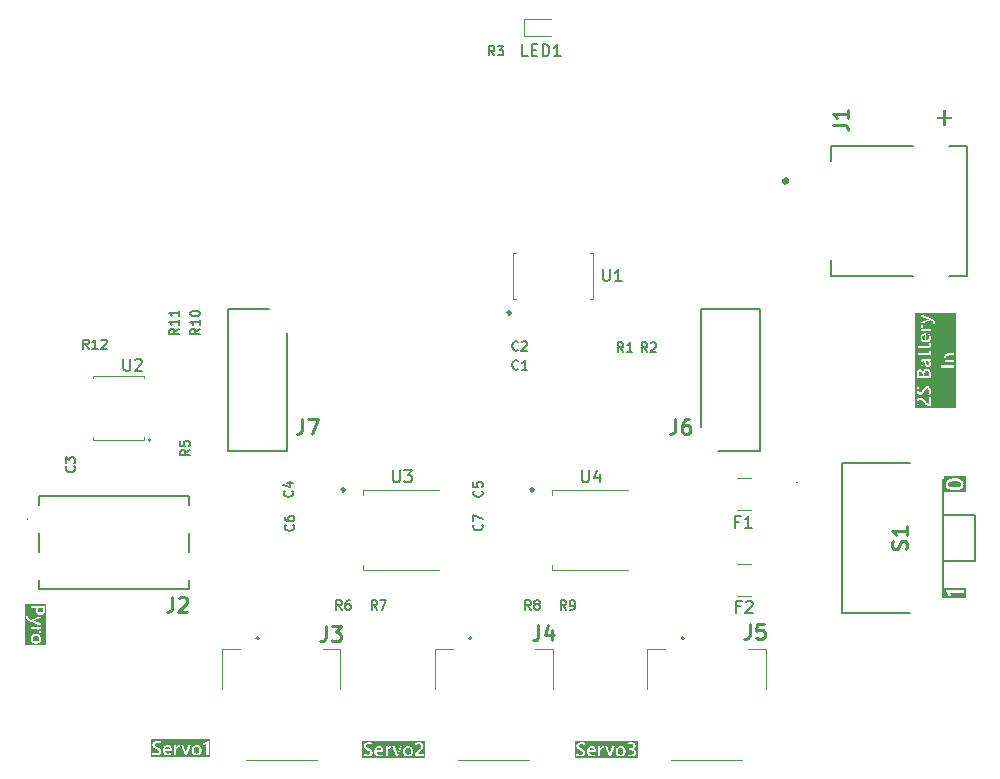
<source format=gbr>
%TF.GenerationSoftware,KiCad,Pcbnew,9.0.6*%
%TF.CreationDate,2026-01-04T20:51:54+00:00*%
%TF.ProjectId,COMET1_PWR_Board,434f4d45-5431-45f5-9057-525f426f6172,rev?*%
%TF.SameCoordinates,Original*%
%TF.FileFunction,Legend,Top*%
%TF.FilePolarity,Positive*%
%FSLAX46Y46*%
G04 Gerber Fmt 4.6, Leading zero omitted, Abs format (unit mm)*
G04 Created by KiCad (PCBNEW 9.0.6) date 2026-01-04 20:51:54*
%MOMM*%
%LPD*%
G01*
G04 APERTURE LIST*
%ADD10C,0.400000*%
%ADD11C,0.150000*%
%ADD12C,0.250000*%
%ADD13C,0.240000*%
%ADD14C,0.254000*%
%ADD15C,0.200000*%
%ADD16C,0.120000*%
%ADD17C,0.100000*%
%ADD18C,0.350000*%
G04 APERTURE END LIST*
D10*
G36*
X186325802Y-82763175D02*
G01*
X185786147Y-82763175D01*
X185786147Y-83302463D01*
X185560711Y-83302463D01*
X185560711Y-82763175D01*
X185021057Y-82763175D01*
X185021057Y-82537739D01*
X185560711Y-82537739D01*
X185560711Y-81998450D01*
X185786147Y-81998450D01*
X185786147Y-82537739D01*
X186325802Y-82537739D01*
X186325802Y-82763175D01*
G37*
D11*
G36*
X155838884Y-135984687D02*
G01*
X155881802Y-136003650D01*
X155916967Y-136034932D01*
X155942368Y-136075482D01*
X155958916Y-136127534D01*
X155965327Y-136194227D01*
X155576762Y-136194227D01*
X155590966Y-136132109D01*
X155614416Y-136080573D01*
X155646810Y-136037789D01*
X155687914Y-136004376D01*
X155733687Y-135984706D01*
X155785809Y-135977999D01*
X155838884Y-135984687D01*
G37*
G36*
X158293005Y-135994616D02*
G01*
X158339017Y-136009072D01*
X158377783Y-136032284D01*
X158410516Y-136064681D01*
X158442435Y-136118078D01*
X158463189Y-136187650D01*
X158470819Y-136277905D01*
X158463185Y-136367652D01*
X158442430Y-136436702D01*
X158410516Y-136489590D01*
X158377840Y-136521564D01*
X158339096Y-136544513D01*
X158293065Y-136558823D01*
X158237958Y-136563889D01*
X158184333Y-136558881D01*
X158138112Y-136544536D01*
X158097846Y-136521208D01*
X158062543Y-136488344D01*
X158027357Y-136434370D01*
X158005030Y-136366578D01*
X157996964Y-136281202D01*
X158004999Y-136192395D01*
X158027130Y-136122390D01*
X158061737Y-136067172D01*
X158096780Y-136033390D01*
X158137053Y-136009420D01*
X158183594Y-135994665D01*
X158237958Y-135989503D01*
X158293005Y-135994616D01*
G37*
G36*
X159680311Y-136848090D02*
G01*
X154356865Y-136848090D01*
X154356865Y-135823100D01*
X154490198Y-135823100D01*
X154495910Y-135887548D01*
X154511887Y-135940337D01*
X154537696Y-135987705D01*
X154571751Y-136030096D01*
X154612652Y-136067610D01*
X154661510Y-136102636D01*
X154772958Y-136167336D01*
X154877445Y-136216136D01*
X154962295Y-136264862D01*
X154995056Y-136292277D01*
X155018496Y-136321062D01*
X155033389Y-136353941D01*
X155038572Y-136393529D01*
X155031590Y-136442219D01*
X155011702Y-136480994D01*
X154978269Y-136512304D01*
X154935917Y-136533399D01*
X154876579Y-136547793D01*
X154795087Y-136553264D01*
X154718004Y-136545937D01*
X154634399Y-136524981D01*
X154555338Y-136491788D01*
X154520029Y-136470451D01*
X154491004Y-136447458D01*
X154491004Y-136648372D01*
X154517944Y-136662422D01*
X154555778Y-136676216D01*
X154640994Y-136697099D01*
X154729141Y-136710214D01*
X154801681Y-136714757D01*
X154888813Y-136710363D01*
X154969696Y-136697538D01*
X155045683Y-136674591D01*
X155110307Y-136641851D01*
X155165233Y-136597492D01*
X155207466Y-136541833D01*
X155226920Y-136499426D01*
X155239177Y-136449666D01*
X155243517Y-136391038D01*
X155237250Y-136327170D01*
X155221623Y-136279590D01*
X155384127Y-136279590D01*
X155391590Y-136383192D01*
X155412463Y-136469314D01*
X155445223Y-136541006D01*
X155489420Y-136600672D01*
X155545624Y-136649571D01*
X155611417Y-136684900D01*
X155688700Y-136706966D01*
X155780094Y-136714757D01*
X155875619Y-136709610D01*
X155956649Y-136695173D01*
X156025291Y-136672636D01*
X156083370Y-136642730D01*
X156083370Y-136489663D01*
X156005412Y-136534392D01*
X155923728Y-136560801D01*
X155836660Y-136569677D01*
X155759176Y-136562012D01*
X155697610Y-136540740D01*
X155648496Y-136507029D01*
X155611119Y-136461054D01*
X155586952Y-136402775D01*
X155576762Y-136328683D01*
X156148949Y-136328683D01*
X156148949Y-136255776D01*
X156142241Y-136156989D01*
X156123479Y-136074595D01*
X156094097Y-136005833D01*
X156054647Y-135948470D01*
X156003870Y-135900952D01*
X155943902Y-135866741D01*
X155910141Y-135856586D01*
X156330373Y-135856586D01*
X156330373Y-136696000D01*
X156520589Y-136696000D01*
X156520589Y-136291973D01*
X156527656Y-136205599D01*
X156547067Y-136137298D01*
X156577156Y-136083365D01*
X156619279Y-136039730D01*
X156665615Y-136014949D01*
X156718133Y-136006648D01*
X156777757Y-136014396D01*
X156817344Y-136034785D01*
X156817344Y-135856586D01*
X156902194Y-135856586D01*
X157211259Y-136696000D01*
X157417009Y-136696000D01*
X157575512Y-136286111D01*
X157802718Y-136286111D01*
X157810570Y-136381825D01*
X157832941Y-136464113D01*
X157868902Y-136535368D01*
X157918709Y-136597374D01*
X157980131Y-136647773D01*
X158050983Y-136684154D01*
X158133095Y-136706799D01*
X158228946Y-136714757D01*
X158327688Y-136706562D01*
X158412057Y-136683268D01*
X158484652Y-136645888D01*
X158547390Y-136594150D01*
X158598186Y-136530460D01*
X158626602Y-136473690D01*
X158836231Y-136473690D01*
X158836231Y-136651816D01*
X158908416Y-136685085D01*
X158999802Y-136706815D01*
X159114961Y-136714757D01*
X159212009Y-136708049D01*
X159295120Y-136689059D01*
X159366534Y-136658920D01*
X159428056Y-136617964D01*
X159480399Y-136565366D01*
X159517027Y-136506418D01*
X159539275Y-136439807D01*
X159546978Y-136363487D01*
X159538478Y-136290225D01*
X159513946Y-136227454D01*
X159473192Y-136172758D01*
X159419706Y-136129924D01*
X159353756Y-136100205D01*
X159272351Y-136084098D01*
X159272351Y-136080801D01*
X159348086Y-136052237D01*
X159406391Y-136015678D01*
X159450335Y-135971495D01*
X159481837Y-135918993D01*
X159501479Y-135856486D01*
X159508436Y-135781481D01*
X159502390Y-135721846D01*
X159484839Y-135669163D01*
X159455796Y-135621928D01*
X159414134Y-135579175D01*
X159365247Y-135545774D01*
X159308219Y-135521187D01*
X159241539Y-135505675D01*
X159163321Y-135500187D01*
X159056281Y-135508160D01*
X158962745Y-135530973D01*
X158880488Y-135567671D01*
X158880488Y-135737151D01*
X158953378Y-135688766D01*
X159026853Y-135661003D01*
X159102651Y-135651861D01*
X159174009Y-135657906D01*
X159226466Y-135674023D01*
X159264512Y-135698312D01*
X159291263Y-135730570D01*
X159308035Y-135772321D01*
X159314117Y-135826544D01*
X159306969Y-135883063D01*
X159286912Y-135927544D01*
X159254023Y-135962925D01*
X159205776Y-135990353D01*
X159137475Y-136008959D01*
X159042787Y-136016027D01*
X158955886Y-136016027D01*
X158955886Y-136168508D01*
X159046891Y-136168508D01*
X159155056Y-136176159D01*
X159232480Y-136196197D01*
X159286580Y-136225476D01*
X159322978Y-136262795D01*
X159344904Y-136309129D01*
X159352658Y-136367444D01*
X159344658Y-136424294D01*
X159321585Y-136471297D01*
X159282536Y-136510912D01*
X159233196Y-136539255D01*
X159171789Y-136557352D01*
X159095251Y-136563889D01*
X159024639Y-136558198D01*
X158958548Y-136541405D01*
X158896001Y-136513456D01*
X158836231Y-136473690D01*
X158626602Y-136473690D01*
X158634929Y-136457055D01*
X158657825Y-136372067D01*
X158665872Y-136272995D01*
X158658189Y-136171058D01*
X158636592Y-136085590D01*
X158602459Y-136013702D01*
X158556036Y-135953159D01*
X158497703Y-135904037D01*
X158428703Y-135868280D01*
X158346912Y-135845801D01*
X158249462Y-135837828D01*
X158147978Y-135845948D01*
X158061505Y-135868973D01*
X157987385Y-135905778D01*
X157923618Y-135956457D01*
X157872215Y-136019234D01*
X157834706Y-136093464D01*
X157811095Y-136181414D01*
X157803111Y-136281202D01*
X157802718Y-136286111D01*
X157575512Y-136286111D01*
X157741608Y-135856586D01*
X157541573Y-135856586D01*
X157346448Y-136446799D01*
X157333202Y-136497626D01*
X157323513Y-136556635D01*
X157321095Y-136556635D01*
X157312624Y-136506692D01*
X157294863Y-136443501D01*
X157108750Y-135856586D01*
X156902194Y-135856586D01*
X156817344Y-135856586D01*
X156817344Y-135853508D01*
X156786751Y-135842289D01*
X156738649Y-135837828D01*
X156692910Y-135843267D01*
X156650241Y-135859527D01*
X156609542Y-135887434D01*
X156575299Y-135923568D01*
X156546694Y-135969053D01*
X156523886Y-136025553D01*
X156520589Y-136025553D01*
X156520589Y-135856586D01*
X156330373Y-135856586D01*
X155910141Y-135856586D01*
X155872900Y-135845384D01*
X155788227Y-135837828D01*
X155704583Y-135845736D01*
X155629814Y-135868742D01*
X155562082Y-135906744D01*
X155500118Y-135960926D01*
X155450197Y-136025672D01*
X155414221Y-136099164D01*
X155391922Y-136183066D01*
X155391021Y-136194227D01*
X155384127Y-136279590D01*
X155221623Y-136279590D01*
X155219337Y-136272629D01*
X155190988Y-136223165D01*
X155153757Y-136178034D01*
X155109599Y-136137661D01*
X155057843Y-136100145D01*
X154941852Y-136032880D01*
X154836559Y-135984154D01*
X154759476Y-135937845D01*
X154731149Y-135912287D01*
X154711482Y-135885455D01*
X154699409Y-135854821D01*
X154695143Y-135817385D01*
X154700659Y-135778063D01*
X154716465Y-135746090D01*
X154740737Y-135719428D01*
X154771786Y-135697730D01*
X154807471Y-135681755D01*
X154848796Y-135670692D01*
X154935331Y-135662486D01*
X155014177Y-135667486D01*
X155082323Y-135681673D01*
X155141374Y-135704182D01*
X155192665Y-135734660D01*
X155192665Y-135542025D01*
X155134290Y-135521015D01*
X155047676Y-135506027D01*
X154923827Y-135500187D01*
X154843353Y-135505018D01*
X154764752Y-135519457D01*
X154690308Y-135544200D01*
X154625826Y-135578515D01*
X154570618Y-135623669D01*
X154527494Y-135679265D01*
X154507134Y-135721392D01*
X154494571Y-135768952D01*
X154490198Y-135823100D01*
X154356865Y-135823100D01*
X154356865Y-135366854D01*
X159680311Y-135366854D01*
X159680311Y-136848090D01*
G37*
G36*
X108807604Y-126512829D02*
G01*
X108877609Y-126534959D01*
X108932827Y-126569567D01*
X108966609Y-126604610D01*
X108990579Y-126644882D01*
X109005334Y-126691424D01*
X109010496Y-126745788D01*
X109005383Y-126800835D01*
X108990927Y-126846846D01*
X108967715Y-126885613D01*
X108935318Y-126918346D01*
X108881921Y-126950265D01*
X108812349Y-126971019D01*
X108722094Y-126978649D01*
X108632347Y-126971014D01*
X108563297Y-126950260D01*
X108510409Y-126918346D01*
X108478435Y-126885670D01*
X108455486Y-126846926D01*
X108441176Y-126800895D01*
X108436110Y-126745788D01*
X108441118Y-126692163D01*
X108455463Y-126645942D01*
X108478791Y-126605676D01*
X108511655Y-126570373D01*
X108565629Y-126535187D01*
X108633421Y-126512859D01*
X108718797Y-126504794D01*
X108807604Y-126512829D01*
G37*
G36*
X109320367Y-124281182D02*
G01*
X109313319Y-124361790D01*
X109294460Y-124421341D01*
X109265873Y-124464829D01*
X109227622Y-124495643D01*
X109177753Y-124515095D01*
X109112639Y-124522177D01*
X109044968Y-124514302D01*
X108991317Y-124492266D01*
X108948434Y-124456598D01*
X108917579Y-124409485D01*
X108897560Y-124347311D01*
X108890182Y-124265648D01*
X108890182Y-124139399D01*
X109320367Y-124139399D01*
X109320367Y-124281182D01*
G37*
G36*
X109614388Y-127307035D02*
G01*
X107776752Y-127307035D01*
X107776752Y-126736775D01*
X108285242Y-126736775D01*
X108285990Y-126745788D01*
X108293437Y-126835518D01*
X108316731Y-126919887D01*
X108354111Y-126992482D01*
X108405849Y-127055219D01*
X108469539Y-127106015D01*
X108542944Y-127142759D01*
X108627932Y-127165654D01*
X108727004Y-127173702D01*
X108828941Y-127166018D01*
X108914409Y-127144421D01*
X108986297Y-127110289D01*
X109046840Y-127063866D01*
X109095962Y-127005532D01*
X109131719Y-126936532D01*
X109154198Y-126854742D01*
X109162171Y-126757292D01*
X109154051Y-126655808D01*
X109131026Y-126569335D01*
X109094221Y-126495215D01*
X109043542Y-126431448D01*
X108980765Y-126380044D01*
X108906535Y-126342536D01*
X108818585Y-126318925D01*
X108713888Y-126310547D01*
X108618174Y-126318400D01*
X108535886Y-126340770D01*
X108464631Y-126376731D01*
X108402625Y-126426538D01*
X108352226Y-126487960D01*
X108315845Y-126558813D01*
X108293200Y-126640925D01*
X108285242Y-126736775D01*
X107776752Y-126736775D01*
X107776752Y-125948726D01*
X108304000Y-125948726D01*
X108708026Y-125948726D01*
X108794400Y-125955793D01*
X108862701Y-125975203D01*
X108916634Y-126005293D01*
X108960269Y-126047416D01*
X108985050Y-126093752D01*
X108993351Y-126146270D01*
X108985603Y-126205894D01*
X108965214Y-126245481D01*
X109146491Y-126245481D01*
X109157710Y-126214888D01*
X109162171Y-126166786D01*
X109156732Y-126121047D01*
X109140472Y-126078378D01*
X109112565Y-126037679D01*
X109076431Y-126003436D01*
X109030946Y-125974831D01*
X108974446Y-125952023D01*
X108974446Y-125948726D01*
X109143413Y-125948726D01*
X109143413Y-125758510D01*
X108304000Y-125758510D01*
X108304000Y-125948726D01*
X107776752Y-125948726D01*
X107776752Y-124922247D01*
X107910085Y-124922247D01*
X107916774Y-124988443D01*
X107936449Y-125048836D01*
X107969419Y-125104858D01*
X108017159Y-125157464D01*
X108082192Y-125207050D01*
X108167932Y-125253440D01*
X109143413Y-125632187D01*
X109143413Y-125440359D01*
X108530413Y-125230505D01*
X108471281Y-125215704D01*
X108471281Y-125211601D01*
X108532098Y-125196873D01*
X109143413Y-124996838D01*
X109143413Y-124786179D01*
X108304000Y-125119790D01*
X108167859Y-125063224D01*
X108121027Y-125032351D01*
X108089472Y-124996274D01*
X108070686Y-124954213D01*
X108064177Y-124904221D01*
X108067625Y-124866583D01*
X108078905Y-124822229D01*
X107920709Y-124822229D01*
X107913004Y-124864900D01*
X107910085Y-124922247D01*
X107776752Y-124922247D01*
X107776752Y-124139399D01*
X108304000Y-124139399D01*
X108731180Y-124139399D01*
X108731180Y-124265648D01*
X108731180Y-124295983D01*
X108738716Y-124394577D01*
X108760022Y-124478272D01*
X108793913Y-124549648D01*
X108840284Y-124610690D01*
X108898522Y-124661478D01*
X108963675Y-124697463D01*
X109037142Y-124719482D01*
X109120919Y-124727121D01*
X109205134Y-124719530D01*
X109275895Y-124698046D01*
X109335807Y-124663575D01*
X109386679Y-124615600D01*
X109425980Y-124557905D01*
X109455401Y-124488066D01*
X109474279Y-124403658D01*
X109481055Y-124301699D01*
X109481055Y-123945080D01*
X108304000Y-123945080D01*
X108304000Y-124139399D01*
X107776752Y-124139399D01*
X107776752Y-123811747D01*
X109614388Y-123811747D01*
X109614388Y-127307035D01*
G37*
D12*
G36*
X186704533Y-113415228D02*
G01*
X186839869Y-113437543D01*
X186936187Y-113469628D01*
X187002510Y-113508689D01*
X187045968Y-113553525D01*
X187071226Y-113604788D01*
X187079861Y-113664916D01*
X187071202Y-113726555D01*
X187045960Y-113778899D01*
X187002759Y-113824450D01*
X186937187Y-113863944D01*
X186842399Y-113896266D01*
X186709673Y-113918694D01*
X186528757Y-113927233D01*
X186333879Y-113918372D01*
X186191427Y-113895144D01*
X186090203Y-113861784D01*
X186020646Y-113821234D01*
X185975184Y-113774790D01*
X185948824Y-113721814D01*
X185939827Y-113659787D01*
X185948476Y-113601744D01*
X185973925Y-113551927D01*
X186018106Y-113507978D01*
X186086160Y-113469383D01*
X186185751Y-113437494D01*
X186326488Y-113415228D01*
X186519598Y-113406721D01*
X186704533Y-113415228D01*
G37*
G36*
X187435114Y-114336707D02*
G01*
X185583566Y-114336707D01*
X185583566Y-113648521D01*
X185750233Y-113648521D01*
X185751196Y-113659787D01*
X185758718Y-113747785D01*
X185783038Y-113834118D01*
X185822447Y-113909888D01*
X185877497Y-113976821D01*
X185949993Y-114035860D01*
X186050769Y-114090000D01*
X186178525Y-114132077D01*
X186339044Y-114159870D01*
X186539016Y-114170040D01*
X186720375Y-114160426D01*
X186867493Y-114134007D01*
X186986058Y-114093721D01*
X187080960Y-114041447D01*
X187149494Y-113984938D01*
X187201252Y-113921970D01*
X187238062Y-113851769D01*
X187260623Y-113772889D01*
X187268447Y-113683326D01*
X187260202Y-113587088D01*
X187236470Y-113502552D01*
X187197847Y-113427566D01*
X187143709Y-113360557D01*
X187072259Y-113300658D01*
X186972828Y-113245024D01*
X186848448Y-113202164D01*
X186693925Y-113174054D01*
X186503203Y-113163821D01*
X186315806Y-113172437D01*
X186165227Y-113195987D01*
X186045475Y-113231553D01*
X185951282Y-113277024D01*
X185878232Y-113331231D01*
X185822964Y-113394057D01*
X185783384Y-113466455D01*
X185758851Y-113550363D01*
X185750233Y-113648521D01*
X185583566Y-113648521D01*
X185583566Y-112997154D01*
X187435114Y-112997154D01*
X187435114Y-114336707D01*
G37*
D11*
G36*
X119938884Y-135884687D02*
G01*
X119981802Y-135903650D01*
X120016967Y-135934932D01*
X120042368Y-135975482D01*
X120058916Y-136027534D01*
X120065327Y-136094227D01*
X119676762Y-136094227D01*
X119690966Y-136032109D01*
X119714416Y-135980573D01*
X119746810Y-135937789D01*
X119787914Y-135904376D01*
X119833687Y-135884706D01*
X119885809Y-135877999D01*
X119938884Y-135884687D01*
G37*
G36*
X122393005Y-135894616D02*
G01*
X122439017Y-135909072D01*
X122477783Y-135932284D01*
X122510516Y-135964681D01*
X122542435Y-136018078D01*
X122563189Y-136087650D01*
X122570819Y-136177905D01*
X122563185Y-136267652D01*
X122542430Y-136336702D01*
X122510516Y-136389590D01*
X122477840Y-136421564D01*
X122439096Y-136444513D01*
X122393065Y-136458823D01*
X122337958Y-136463889D01*
X122284333Y-136458881D01*
X122238112Y-136444536D01*
X122197846Y-136421208D01*
X122162543Y-136388344D01*
X122127357Y-136334370D01*
X122105030Y-136266578D01*
X122096964Y-136181202D01*
X122104999Y-136092395D01*
X122127130Y-136022390D01*
X122161737Y-135967172D01*
X122196780Y-135933390D01*
X122237053Y-135909420D01*
X122283594Y-135894665D01*
X122337958Y-135889503D01*
X122393005Y-135894616D01*
G37*
G36*
X123472858Y-136748090D02*
G01*
X118456865Y-136748090D01*
X118456865Y-135723100D01*
X118590198Y-135723100D01*
X118595910Y-135787548D01*
X118611887Y-135840337D01*
X118637696Y-135887705D01*
X118671751Y-135930096D01*
X118712652Y-135967610D01*
X118761510Y-136002636D01*
X118872958Y-136067336D01*
X118977445Y-136116136D01*
X119062295Y-136164862D01*
X119095056Y-136192277D01*
X119118496Y-136221062D01*
X119133389Y-136253941D01*
X119138572Y-136293529D01*
X119131590Y-136342219D01*
X119111702Y-136380994D01*
X119078269Y-136412304D01*
X119035917Y-136433399D01*
X118976579Y-136447793D01*
X118895087Y-136453264D01*
X118818004Y-136445937D01*
X118734399Y-136424981D01*
X118655338Y-136391788D01*
X118620029Y-136370451D01*
X118591004Y-136347458D01*
X118591004Y-136548372D01*
X118617944Y-136562422D01*
X118655778Y-136576216D01*
X118740994Y-136597099D01*
X118829141Y-136610214D01*
X118901681Y-136614757D01*
X118988813Y-136610363D01*
X119069696Y-136597538D01*
X119145683Y-136574591D01*
X119210307Y-136541851D01*
X119265233Y-136497492D01*
X119307466Y-136441833D01*
X119326920Y-136399426D01*
X119339177Y-136349666D01*
X119343517Y-136291038D01*
X119337250Y-136227170D01*
X119321623Y-136179590D01*
X119484127Y-136179590D01*
X119491590Y-136283192D01*
X119512463Y-136369314D01*
X119545223Y-136441006D01*
X119589420Y-136500672D01*
X119645624Y-136549571D01*
X119711417Y-136584900D01*
X119788700Y-136606966D01*
X119880094Y-136614757D01*
X119975619Y-136609610D01*
X120056649Y-136595173D01*
X120125291Y-136572636D01*
X120183370Y-136542730D01*
X120183370Y-136389663D01*
X120105412Y-136434392D01*
X120023728Y-136460801D01*
X119936660Y-136469677D01*
X119859176Y-136462012D01*
X119797610Y-136440740D01*
X119748496Y-136407029D01*
X119711119Y-136361054D01*
X119686952Y-136302775D01*
X119676762Y-136228683D01*
X120248949Y-136228683D01*
X120248949Y-136155776D01*
X120242241Y-136056989D01*
X120223479Y-135974595D01*
X120194097Y-135905833D01*
X120154647Y-135848470D01*
X120103870Y-135800952D01*
X120043902Y-135766741D01*
X120010141Y-135756586D01*
X120430373Y-135756586D01*
X120430373Y-136596000D01*
X120620589Y-136596000D01*
X120620589Y-136191973D01*
X120627656Y-136105599D01*
X120647067Y-136037298D01*
X120677156Y-135983365D01*
X120719279Y-135939730D01*
X120765615Y-135914949D01*
X120818133Y-135906648D01*
X120877757Y-135914396D01*
X120917344Y-135934785D01*
X120917344Y-135756586D01*
X121002194Y-135756586D01*
X121311259Y-136596000D01*
X121517009Y-136596000D01*
X121675512Y-136186111D01*
X121902718Y-136186111D01*
X121910570Y-136281825D01*
X121932941Y-136364113D01*
X121968902Y-136435368D01*
X122018709Y-136497374D01*
X122080131Y-136547773D01*
X122150983Y-136584154D01*
X122233095Y-136606799D01*
X122328946Y-136614757D01*
X122427688Y-136606562D01*
X122512057Y-136583268D01*
X122584652Y-136545888D01*
X122647390Y-136494150D01*
X122698186Y-136430460D01*
X122734929Y-136357055D01*
X122757825Y-136272067D01*
X122765872Y-136172995D01*
X122758189Y-136071058D01*
X122736592Y-135985590D01*
X122702459Y-135913702D01*
X122656036Y-135853159D01*
X122597703Y-135804037D01*
X122528703Y-135768280D01*
X122446912Y-135745801D01*
X122349462Y-135737828D01*
X122247978Y-135745948D01*
X122161505Y-135768973D01*
X122087385Y-135805778D01*
X122023618Y-135856457D01*
X121972215Y-135919234D01*
X121934706Y-135993464D01*
X121911095Y-136081414D01*
X121903111Y-136181202D01*
X121902718Y-136186111D01*
X121675512Y-136186111D01*
X121841608Y-135756586D01*
X121641573Y-135756586D01*
X121446448Y-136346799D01*
X121433202Y-136397626D01*
X121423513Y-136456635D01*
X121421095Y-136456635D01*
X121412624Y-136406692D01*
X121394863Y-136343501D01*
X121208750Y-135756586D01*
X121002194Y-135756586D01*
X120917344Y-135756586D01*
X120917344Y-135753508D01*
X120886751Y-135742289D01*
X120838649Y-135737828D01*
X120792910Y-135743267D01*
X120750241Y-135759527D01*
X120709542Y-135787434D01*
X120675299Y-135823568D01*
X120646694Y-135869053D01*
X120623886Y-135925553D01*
X120620589Y-135925553D01*
X120620589Y-135756586D01*
X120430373Y-135756586D01*
X120010141Y-135756586D01*
X119972900Y-135745384D01*
X119888227Y-135737828D01*
X119804583Y-135745736D01*
X119729814Y-135768742D01*
X119662082Y-135806744D01*
X119600118Y-135860926D01*
X119550197Y-135925672D01*
X119514221Y-135999164D01*
X119491922Y-136083066D01*
X119491021Y-136094227D01*
X119484127Y-136179590D01*
X119321623Y-136179590D01*
X119319337Y-136172629D01*
X119290988Y-136123165D01*
X119253757Y-136078034D01*
X119209599Y-136037661D01*
X119157843Y-136000145D01*
X119041852Y-135932880D01*
X118936559Y-135884154D01*
X118859476Y-135837845D01*
X118831149Y-135812287D01*
X118811482Y-135785455D01*
X118799409Y-135754821D01*
X118795143Y-135717385D01*
X118800659Y-135678063D01*
X118816465Y-135646090D01*
X118840737Y-135619428D01*
X118871786Y-135597730D01*
X118907471Y-135581755D01*
X118948796Y-135570692D01*
X119035331Y-135562486D01*
X119114177Y-135567486D01*
X119182323Y-135581673D01*
X119241374Y-135604182D01*
X119292665Y-135634660D01*
X119292665Y-135575528D01*
X122902599Y-135575528D01*
X122902599Y-135737828D01*
X122976406Y-135715972D01*
X123038300Y-135692179D01*
X123095917Y-135663398D01*
X123149382Y-135629237D01*
X123149382Y-136596000D01*
X123339525Y-136596000D01*
X123339525Y-135395497D01*
X123259218Y-135395497D01*
X123168579Y-135455801D01*
X123081678Y-135503648D01*
X122994410Y-135542482D01*
X122902599Y-135575528D01*
X119292665Y-135575528D01*
X119292665Y-135442025D01*
X119234290Y-135421015D01*
X119147676Y-135406027D01*
X119023827Y-135400187D01*
X118943353Y-135405018D01*
X118864752Y-135419457D01*
X118790308Y-135444200D01*
X118725826Y-135478515D01*
X118670618Y-135523669D01*
X118627494Y-135579265D01*
X118607134Y-135621392D01*
X118594571Y-135668952D01*
X118590198Y-135723100D01*
X118456865Y-135723100D01*
X118456865Y-135262164D01*
X123472858Y-135262164D01*
X123472858Y-136748090D01*
G37*
D12*
G36*
X187461667Y-123332677D02*
G01*
X185627704Y-123332677D01*
X185627704Y-122720237D01*
X185794371Y-122720237D01*
X185869751Y-122833535D01*
X185929560Y-122942162D01*
X185978103Y-123051247D01*
X186019411Y-123166010D01*
X186222285Y-123166010D01*
X186194965Y-123073752D01*
X186165224Y-122996384D01*
X186129248Y-122924363D01*
X186086547Y-122857532D01*
X187295000Y-122857532D01*
X187295000Y-122619853D01*
X185794371Y-122619853D01*
X185794371Y-122720237D01*
X185627704Y-122720237D01*
X185627704Y-122453186D01*
X187461667Y-122453186D01*
X187461667Y-123332677D01*
G37*
D13*
G36*
X183667002Y-104134294D02*
G01*
X183711500Y-104153634D01*
X183747198Y-104185225D01*
X183772912Y-104226310D01*
X183789363Y-104278434D01*
X183794008Y-104329866D01*
X183795338Y-104344594D01*
X183795338Y-104470843D01*
X183459528Y-104470843D01*
X183459528Y-104329060D01*
X183467257Y-104248248D01*
X183487313Y-104193317D01*
X183517086Y-104157075D01*
X183557126Y-104135259D01*
X183610983Y-104127413D01*
X183667002Y-104134294D01*
G37*
G36*
X184191073Y-104083557D02*
G01*
X184236561Y-104103372D01*
X184273810Y-104135986D01*
X184300597Y-104178410D01*
X184317888Y-104233383D01*
X184324221Y-104304440D01*
X184324221Y-104470843D01*
X183951922Y-104470843D01*
X183951922Y-104329866D01*
X183958646Y-104242043D01*
X183976388Y-104178459D01*
X184002652Y-104133312D01*
X184036727Y-104102346D01*
X184079818Y-104083354D01*
X184134811Y-104076562D01*
X184191073Y-104083557D01*
G37*
G36*
X184198920Y-103218279D02*
G01*
X184249597Y-103237306D01*
X184293300Y-103268655D01*
X184327279Y-103309921D01*
X184347506Y-103357216D01*
X184354483Y-103412490D01*
X184350359Y-103453867D01*
X184338827Y-103487326D01*
X184320411Y-103514559D01*
X184295574Y-103535710D01*
X184266832Y-103548305D01*
X184232923Y-103552661D01*
X184186139Y-103547339D01*
X184153294Y-103533186D01*
X184130635Y-103511262D01*
X184107405Y-103463689D01*
X184090774Y-103387870D01*
X184066154Y-103211649D01*
X184139281Y-103211649D01*
X184198920Y-103218279D01*
G37*
G36*
X183978227Y-101454053D02*
G01*
X183916109Y-101439849D01*
X183864573Y-101416398D01*
X183821789Y-101384004D01*
X183788376Y-101342901D01*
X183768706Y-101297128D01*
X183761999Y-101245006D01*
X183768687Y-101191931D01*
X183787650Y-101149012D01*
X183818932Y-101113847D01*
X183859482Y-101088447D01*
X183911534Y-101071899D01*
X183978227Y-101065487D01*
X183978227Y-101454053D01*
G37*
G36*
X186629333Y-107170484D02*
G01*
X183150854Y-107170484D01*
X183150854Y-106668223D01*
X183284187Y-106668223D01*
X183290781Y-106760840D01*
X183310858Y-106843638D01*
X183344490Y-106919915D01*
X183391605Y-106992821D01*
X183574494Y-106992821D01*
X183514614Y-106921056D01*
X183473597Y-106849353D01*
X183448112Y-106774237D01*
X183439965Y-106702661D01*
X183443037Y-106661914D01*
X183451908Y-106625578D01*
X183466797Y-106592450D01*
X183487152Y-106564542D01*
X183513116Y-106541805D01*
X183545404Y-106524388D01*
X183582140Y-106513815D01*
X183627030Y-106510027D01*
X183668631Y-106513181D01*
X183706165Y-106522336D01*
X183741624Y-106537044D01*
X183775481Y-106556775D01*
X183839082Y-106610044D01*
X183901803Y-106678920D01*
X183968702Y-106760913D01*
X184037578Y-106842905D01*
X184111437Y-106918303D01*
X184150923Y-106951399D01*
X184192623Y-106979779D01*
X184236989Y-107003312D01*
X184284434Y-107021618D01*
X184334432Y-107033187D01*
X184388995Y-107037151D01*
X184480000Y-107037151D01*
X184480000Y-106299367D01*
X184316894Y-106299367D01*
X184316894Y-106829716D01*
X184312791Y-106829716D01*
X184278414Y-106824128D01*
X184242669Y-106806342D01*
X184208713Y-106780185D01*
X184172986Y-106745306D01*
X184101618Y-106660456D01*
X184026514Y-106565787D01*
X183935509Y-106463352D01*
X183889506Y-106420410D01*
X183842013Y-106385023D01*
X183790909Y-106356373D01*
X183735767Y-106335051D01*
X183676623Y-106322009D01*
X183607393Y-106317392D01*
X183531551Y-106323929D01*
X183467955Y-106342378D01*
X183411821Y-106372903D01*
X183366618Y-106413306D01*
X183331352Y-106463186D01*
X183305143Y-106523948D01*
X183289631Y-106591004D01*
X183284187Y-106668223D01*
X183150854Y-106668223D01*
X183150854Y-105661600D01*
X183284187Y-105661600D01*
X183289018Y-105742074D01*
X183303457Y-105820676D01*
X183328200Y-105895119D01*
X183362515Y-105959601D01*
X183407669Y-106014809D01*
X183463265Y-106057933D01*
X183505392Y-106078293D01*
X183552952Y-106090857D01*
X183607100Y-106095229D01*
X183671548Y-106089517D01*
X183724337Y-106073540D01*
X183771705Y-106047732D01*
X183814096Y-106013676D01*
X183851610Y-105972775D01*
X183886636Y-105923917D01*
X183951336Y-105812469D01*
X184000136Y-105707982D01*
X184048862Y-105623132D01*
X184076277Y-105590371D01*
X184105062Y-105566932D01*
X184137941Y-105552039D01*
X184177529Y-105546855D01*
X184226219Y-105553837D01*
X184264994Y-105573725D01*
X184296304Y-105607158D01*
X184317399Y-105649510D01*
X184331793Y-105708848D01*
X184337264Y-105790341D01*
X184329937Y-105867424D01*
X184308981Y-105951028D01*
X184275788Y-106030089D01*
X184254451Y-106065398D01*
X184231458Y-106094423D01*
X184432372Y-106094423D01*
X184446422Y-106067484D01*
X184460216Y-106029650D01*
X184481099Y-105944433D01*
X184494214Y-105856286D01*
X184498757Y-105783746D01*
X184494363Y-105696614D01*
X184481538Y-105615731D01*
X184458591Y-105539745D01*
X184425851Y-105475121D01*
X184381492Y-105420195D01*
X184325833Y-105377961D01*
X184283426Y-105358507D01*
X184233666Y-105346250D01*
X184175038Y-105341911D01*
X184111170Y-105348177D01*
X184056629Y-105366091D01*
X184007165Y-105394439D01*
X183962034Y-105431670D01*
X183921661Y-105475829D01*
X183884145Y-105527584D01*
X183816880Y-105643575D01*
X183768154Y-105748868D01*
X183721845Y-105825951D01*
X183696287Y-105854278D01*
X183669455Y-105873945D01*
X183638821Y-105886019D01*
X183601385Y-105890285D01*
X183562063Y-105884768D01*
X183530090Y-105868962D01*
X183503428Y-105844690D01*
X183481730Y-105813641D01*
X183465755Y-105777956D01*
X183454692Y-105736632D01*
X183446486Y-105650096D01*
X183451486Y-105571250D01*
X183465673Y-105503104D01*
X183488182Y-105444053D01*
X183518660Y-105392762D01*
X183326025Y-105392762D01*
X183305015Y-105451137D01*
X183290027Y-105537751D01*
X183284187Y-105661600D01*
X183150854Y-105661600D01*
X183150854Y-104292204D01*
X183302944Y-104292204D01*
X183302944Y-104329060D01*
X183302944Y-104665163D01*
X184480000Y-104665163D01*
X184480000Y-104288101D01*
X184473666Y-104197964D01*
X184455551Y-104119024D01*
X184426481Y-104049523D01*
X184386577Y-103988048D01*
X184335514Y-103935456D01*
X184278690Y-103898897D01*
X184214885Y-103876817D01*
X184142138Y-103869200D01*
X184064154Y-103877757D01*
X183999396Y-103902070D01*
X183944961Y-103941740D01*
X183902069Y-103994264D01*
X183872066Y-104058034D01*
X183855202Y-104135620D01*
X183851905Y-104135620D01*
X183825641Y-104072445D01*
X183790650Y-104020804D01*
X183746758Y-103979036D01*
X183694969Y-103947821D01*
X183637413Y-103928960D01*
X183572515Y-103922469D01*
X183514986Y-103928778D01*
X183464297Y-103947136D01*
X183418866Y-103977735D01*
X183377756Y-104022120D01*
X183346558Y-104073181D01*
X183323205Y-104133949D01*
X183308274Y-104206234D01*
X183302944Y-104292204D01*
X183150854Y-104292204D01*
X183150854Y-103790212D01*
X185318944Y-103790212D01*
X186496000Y-103790212D01*
X186496000Y-103589371D01*
X185318944Y-103589371D01*
X185318944Y-103790212D01*
X183150854Y-103790212D01*
X183150854Y-103346105D01*
X183621828Y-103346105D01*
X183627011Y-103432610D01*
X183642088Y-103511914D01*
X183666617Y-103584992D01*
X183700523Y-103652678D01*
X183866926Y-103652678D01*
X183821008Y-103589382D01*
X183789068Y-103523804D01*
X183770030Y-103455097D01*
X183763611Y-103382155D01*
X183771402Y-103318130D01*
X183792374Y-103272418D01*
X183825479Y-103240164D01*
X183873148Y-103219425D01*
X183940711Y-103211649D01*
X183976029Y-103460850D01*
X183996896Y-103551346D01*
X184028095Y-103619290D01*
X184068310Y-103669382D01*
X184117819Y-103704796D01*
X184178459Y-103726818D01*
X184253367Y-103734671D01*
X184324242Y-103726433D01*
X184382677Y-103703019D01*
X184431493Y-103664622D01*
X184467761Y-103614039D01*
X184490555Y-103550605D01*
X184498757Y-103470669D01*
X184492539Y-103405777D01*
X184474631Y-103349236D01*
X184445308Y-103299361D01*
X184403718Y-103255022D01*
X184347962Y-103215752D01*
X184347962Y-103212455D01*
X184480000Y-103212455D01*
X184480000Y-103028027D01*
X183934630Y-103028027D01*
X183846382Y-103035446D01*
X183777129Y-103055780D01*
X183722890Y-103087277D01*
X183680821Y-103129826D01*
X183649526Y-103184969D01*
X183629244Y-103255690D01*
X183621828Y-103346105D01*
X183150854Y-103346105D01*
X183150854Y-102553586D01*
X183392044Y-102553586D01*
X183446193Y-102743802D01*
X183640586Y-102743802D01*
X183640586Y-102883973D01*
X183789769Y-102883973D01*
X183789769Y-102855397D01*
X185637828Y-102855397D01*
X185644371Y-102924120D01*
X185663246Y-102984256D01*
X185694184Y-103037536D01*
X185738080Y-103085129D01*
X185796903Y-103127533D01*
X185796903Y-103130830D01*
X185656586Y-103130830D01*
X185656586Y-103321852D01*
X186496000Y-103321852D01*
X186496000Y-103130830D01*
X186017894Y-103130830D01*
X185953969Y-103124182D01*
X185899958Y-103105212D01*
X185853763Y-103074263D01*
X185817456Y-103032937D01*
X185796046Y-102985781D01*
X185788697Y-102930795D01*
X185794932Y-102880989D01*
X185812403Y-102841865D01*
X185840981Y-102810822D01*
X185882794Y-102786817D01*
X185941858Y-102770561D01*
X186023609Y-102764392D01*
X186496000Y-102764392D01*
X186496000Y-102574249D01*
X185983383Y-102574249D01*
X185898283Y-102579539D01*
X185828858Y-102594158D01*
X185772410Y-102616695D01*
X185726708Y-102646423D01*
X185688580Y-102685525D01*
X185661117Y-102732242D01*
X185643930Y-102788118D01*
X185637828Y-102855397D01*
X183789769Y-102855397D01*
X183789769Y-102743802D01*
X184264357Y-102743802D01*
X184339625Y-102736230D01*
X184396508Y-102715640D01*
X184439360Y-102683555D01*
X184470782Y-102639145D01*
X184491196Y-102579384D01*
X184498757Y-102499510D01*
X184491107Y-102413689D01*
X184470987Y-102352745D01*
X184320558Y-102352745D01*
X184340916Y-102390841D01*
X184347889Y-102436349D01*
X184343740Y-102477181D01*
X184332732Y-102506220D01*
X184315942Y-102526548D01*
X184292886Y-102540358D01*
X184258691Y-102549896D01*
X184209403Y-102553586D01*
X183789769Y-102553586D01*
X183789769Y-102352745D01*
X183640586Y-102352745D01*
X183640586Y-102553586D01*
X183392044Y-102553586D01*
X183150854Y-102553586D01*
X183150854Y-101947472D01*
X183392044Y-101947472D01*
X183446193Y-102137689D01*
X183640586Y-102137689D01*
X183640586Y-102277860D01*
X183789769Y-102277860D01*
X183789769Y-102137689D01*
X184264357Y-102137689D01*
X184339625Y-102130117D01*
X184396508Y-102109527D01*
X184439360Y-102077442D01*
X184470782Y-102033032D01*
X184491196Y-101973271D01*
X184498757Y-101893397D01*
X184491107Y-101807575D01*
X184470987Y-101746632D01*
X184320558Y-101746632D01*
X184340916Y-101784728D01*
X184347889Y-101830236D01*
X184343740Y-101871068D01*
X184332732Y-101900107D01*
X184315942Y-101920435D01*
X184292886Y-101934245D01*
X184258691Y-101943783D01*
X184209403Y-101947472D01*
X183789769Y-101947472D01*
X183789769Y-101746632D01*
X183640586Y-101746632D01*
X183640586Y-101947472D01*
X183392044Y-101947472D01*
X183150854Y-101947472D01*
X183150854Y-101242588D01*
X183621828Y-101242588D01*
X183622057Y-101245006D01*
X183629736Y-101326232D01*
X183652742Y-101401000D01*
X183690744Y-101468732D01*
X183744926Y-101530696D01*
X183809672Y-101580618D01*
X183883164Y-101616593D01*
X183967066Y-101638893D01*
X184063590Y-101646687D01*
X184167192Y-101639224D01*
X184253314Y-101618351D01*
X184325006Y-101585592D01*
X184384672Y-101541394D01*
X184433571Y-101485191D01*
X184468900Y-101419397D01*
X184490966Y-101342115D01*
X184498757Y-101250721D01*
X184493610Y-101155196D01*
X184479173Y-101074166D01*
X184456636Y-101005524D01*
X184426730Y-100947445D01*
X184273663Y-100947445D01*
X184318392Y-101025403D01*
X184344801Y-101107086D01*
X184353677Y-101194154D01*
X184346012Y-101271639D01*
X184324740Y-101333205D01*
X184291029Y-101382319D01*
X184245054Y-101419696D01*
X184186775Y-101443863D01*
X184112683Y-101454053D01*
X184112683Y-100881865D01*
X184039776Y-100881865D01*
X183940989Y-100888574D01*
X183858595Y-100907336D01*
X183789833Y-100936717D01*
X183732470Y-100976168D01*
X183684952Y-101026945D01*
X183650741Y-101086913D01*
X183629384Y-101157915D01*
X183621828Y-101242588D01*
X183150854Y-101242588D01*
X183150854Y-100292165D01*
X183621828Y-100292165D01*
X183627267Y-100337905D01*
X183643527Y-100380574D01*
X183671434Y-100421272D01*
X183707568Y-100455515D01*
X183753053Y-100484120D01*
X183809553Y-100506928D01*
X183809553Y-100510225D01*
X183640586Y-100510225D01*
X183640586Y-100700442D01*
X184480000Y-100700442D01*
X184480000Y-100510225D01*
X184075973Y-100510225D01*
X183989599Y-100503159D01*
X183921298Y-100483748D01*
X183867365Y-100453659D01*
X183823730Y-100411535D01*
X183798949Y-100365199D01*
X183790648Y-100312682D01*
X183798396Y-100253058D01*
X183818785Y-100213470D01*
X183637508Y-100213470D01*
X183626289Y-100244063D01*
X183621828Y-100292165D01*
X183150854Y-100292165D01*
X183150854Y-99476932D01*
X183640586Y-99476932D01*
X184253586Y-99686785D01*
X184312718Y-99701586D01*
X184312718Y-99705689D01*
X184251901Y-99720417D01*
X183640586Y-99920452D01*
X183640586Y-100131112D01*
X184480000Y-99797500D01*
X184616140Y-99854067D01*
X184662972Y-99884940D01*
X184694527Y-99921016D01*
X184713313Y-99963077D01*
X184719822Y-100013069D01*
X184716374Y-100050708D01*
X184705094Y-100095061D01*
X184863290Y-100095061D01*
X184870995Y-100052391D01*
X184873914Y-99995044D01*
X184867225Y-99928848D01*
X184847550Y-99868455D01*
X184814580Y-99812432D01*
X184766840Y-99759826D01*
X184701807Y-99710241D01*
X184616067Y-99663851D01*
X183640586Y-99285103D01*
X183640586Y-99476932D01*
X183150854Y-99476932D01*
X183150854Y-99151770D01*
X186629333Y-99151770D01*
X186629333Y-107170484D01*
G37*
D11*
G36*
X137838884Y-135984687D02*
G01*
X137881802Y-136003650D01*
X137916967Y-136034932D01*
X137942368Y-136075482D01*
X137958916Y-136127534D01*
X137965327Y-136194227D01*
X137576762Y-136194227D01*
X137590966Y-136132109D01*
X137614416Y-136080573D01*
X137646810Y-136037789D01*
X137687914Y-136004376D01*
X137733687Y-135984706D01*
X137785809Y-135977999D01*
X137838884Y-135984687D01*
G37*
G36*
X140293005Y-135994616D02*
G01*
X140339017Y-136009072D01*
X140377783Y-136032284D01*
X140410516Y-136064681D01*
X140442435Y-136118078D01*
X140463189Y-136187650D01*
X140470819Y-136277905D01*
X140463185Y-136367652D01*
X140442430Y-136436702D01*
X140410516Y-136489590D01*
X140377840Y-136521564D01*
X140339096Y-136544513D01*
X140293065Y-136558823D01*
X140237958Y-136563889D01*
X140184333Y-136558881D01*
X140138112Y-136544536D01*
X140097846Y-136521208D01*
X140062543Y-136488344D01*
X140027357Y-136434370D01*
X140005030Y-136366578D01*
X139996964Y-136281202D01*
X140004999Y-136192395D01*
X140027130Y-136122390D01*
X140061737Y-136067172D01*
X140096780Y-136033390D01*
X140137053Y-136009420D01*
X140183594Y-135994665D01*
X140237958Y-135989503D01*
X140293005Y-135994616D01*
G37*
G36*
X141686832Y-136848090D02*
G01*
X136356865Y-136848090D01*
X136356865Y-135823100D01*
X136490198Y-135823100D01*
X136495910Y-135887548D01*
X136511887Y-135940337D01*
X136537696Y-135987705D01*
X136571751Y-136030096D01*
X136612652Y-136067610D01*
X136661510Y-136102636D01*
X136772958Y-136167336D01*
X136877445Y-136216136D01*
X136962295Y-136264862D01*
X136995056Y-136292277D01*
X137018496Y-136321062D01*
X137033389Y-136353941D01*
X137038572Y-136393529D01*
X137031590Y-136442219D01*
X137011702Y-136480994D01*
X136978269Y-136512304D01*
X136935917Y-136533399D01*
X136876579Y-136547793D01*
X136795087Y-136553264D01*
X136718004Y-136545937D01*
X136634399Y-136524981D01*
X136555338Y-136491788D01*
X136520029Y-136470451D01*
X136491004Y-136447458D01*
X136491004Y-136648372D01*
X136517944Y-136662422D01*
X136555778Y-136676216D01*
X136640994Y-136697099D01*
X136729141Y-136710214D01*
X136801681Y-136714757D01*
X136888813Y-136710363D01*
X136969696Y-136697538D01*
X137045683Y-136674591D01*
X137110307Y-136641851D01*
X137165233Y-136597492D01*
X137207466Y-136541833D01*
X137226920Y-136499426D01*
X137239177Y-136449666D01*
X137243517Y-136391038D01*
X137237250Y-136327170D01*
X137221623Y-136279590D01*
X137384127Y-136279590D01*
X137391590Y-136383192D01*
X137412463Y-136469314D01*
X137445223Y-136541006D01*
X137489420Y-136600672D01*
X137545624Y-136649571D01*
X137611417Y-136684900D01*
X137688700Y-136706966D01*
X137780094Y-136714757D01*
X137875619Y-136709610D01*
X137956649Y-136695173D01*
X138025291Y-136672636D01*
X138083370Y-136642730D01*
X138083370Y-136489663D01*
X138005412Y-136534392D01*
X137923728Y-136560801D01*
X137836660Y-136569677D01*
X137759176Y-136562012D01*
X137697610Y-136540740D01*
X137648496Y-136507029D01*
X137611119Y-136461054D01*
X137586952Y-136402775D01*
X137576762Y-136328683D01*
X138148949Y-136328683D01*
X138148949Y-136255776D01*
X138142241Y-136156989D01*
X138123479Y-136074595D01*
X138094097Y-136005833D01*
X138054647Y-135948470D01*
X138003870Y-135900952D01*
X137943902Y-135866741D01*
X137910141Y-135856586D01*
X138330373Y-135856586D01*
X138330373Y-136696000D01*
X138520589Y-136696000D01*
X138520589Y-136291973D01*
X138527656Y-136205599D01*
X138547067Y-136137298D01*
X138577156Y-136083365D01*
X138619279Y-136039730D01*
X138665615Y-136014949D01*
X138718133Y-136006648D01*
X138777757Y-136014396D01*
X138817344Y-136034785D01*
X138817344Y-135856586D01*
X138902194Y-135856586D01*
X139211259Y-136696000D01*
X139417009Y-136696000D01*
X139575512Y-136286111D01*
X139802718Y-136286111D01*
X139810570Y-136381825D01*
X139832941Y-136464113D01*
X139868902Y-136535368D01*
X139918709Y-136597374D01*
X139980131Y-136647773D01*
X140050983Y-136684154D01*
X140133095Y-136706799D01*
X140228946Y-136714757D01*
X140327688Y-136706562D01*
X140412057Y-136683268D01*
X140484652Y-136645888D01*
X140534239Y-136604995D01*
X140815715Y-136604995D01*
X140815715Y-136696000D01*
X141553499Y-136696000D01*
X141553499Y-136532894D01*
X141023150Y-136532894D01*
X141023150Y-136528791D01*
X141028738Y-136494414D01*
X141046524Y-136458669D01*
X141072681Y-136424713D01*
X141107561Y-136388986D01*
X141192411Y-136317618D01*
X141287079Y-136242514D01*
X141389515Y-136151509D01*
X141432456Y-136105506D01*
X141467843Y-136058013D01*
X141496493Y-136006909D01*
X141517815Y-135951767D01*
X141530857Y-135892623D01*
X141535474Y-135823393D01*
X141528937Y-135747551D01*
X141510488Y-135683955D01*
X141479963Y-135627821D01*
X141439560Y-135582618D01*
X141389681Y-135547352D01*
X141328918Y-135521143D01*
X141261863Y-135505631D01*
X141184644Y-135500187D01*
X141092027Y-135506781D01*
X141009228Y-135526858D01*
X140932951Y-135560490D01*
X140860045Y-135607605D01*
X140860045Y-135790494D01*
X140931811Y-135730614D01*
X141003513Y-135689597D01*
X141078629Y-135664112D01*
X141150205Y-135655965D01*
X141190952Y-135659037D01*
X141227288Y-135667908D01*
X141260416Y-135682797D01*
X141288325Y-135703152D01*
X141311061Y-135729116D01*
X141328478Y-135761404D01*
X141339051Y-135798140D01*
X141342840Y-135843030D01*
X141339685Y-135884631D01*
X141330530Y-135922165D01*
X141315822Y-135957624D01*
X141296092Y-135991481D01*
X141242822Y-136055082D01*
X141173946Y-136117803D01*
X141091953Y-136184702D01*
X141009961Y-136253578D01*
X140934563Y-136327437D01*
X140901467Y-136366923D01*
X140873087Y-136408623D01*
X140849554Y-136452989D01*
X140831249Y-136500434D01*
X140819679Y-136550432D01*
X140815715Y-136604995D01*
X140534239Y-136604995D01*
X140547390Y-136594150D01*
X140598186Y-136530460D01*
X140634929Y-136457055D01*
X140657825Y-136372067D01*
X140665872Y-136272995D01*
X140658189Y-136171058D01*
X140636592Y-136085590D01*
X140602459Y-136013702D01*
X140556036Y-135953159D01*
X140497703Y-135904037D01*
X140428703Y-135868280D01*
X140346912Y-135845801D01*
X140249462Y-135837828D01*
X140147978Y-135845948D01*
X140061505Y-135868973D01*
X139987385Y-135905778D01*
X139923618Y-135956457D01*
X139872215Y-136019234D01*
X139834706Y-136093464D01*
X139811095Y-136181414D01*
X139803111Y-136281202D01*
X139802718Y-136286111D01*
X139575512Y-136286111D01*
X139741608Y-135856586D01*
X139541573Y-135856586D01*
X139346448Y-136446799D01*
X139333202Y-136497626D01*
X139323513Y-136556635D01*
X139321095Y-136556635D01*
X139312624Y-136506692D01*
X139294863Y-136443501D01*
X139108750Y-135856586D01*
X138902194Y-135856586D01*
X138817344Y-135856586D01*
X138817344Y-135853508D01*
X138786751Y-135842289D01*
X138738649Y-135837828D01*
X138692910Y-135843267D01*
X138650241Y-135859527D01*
X138609542Y-135887434D01*
X138575299Y-135923568D01*
X138546694Y-135969053D01*
X138523886Y-136025553D01*
X138520589Y-136025553D01*
X138520589Y-135856586D01*
X138330373Y-135856586D01*
X137910141Y-135856586D01*
X137872900Y-135845384D01*
X137788227Y-135837828D01*
X137704583Y-135845736D01*
X137629814Y-135868742D01*
X137562082Y-135906744D01*
X137500118Y-135960926D01*
X137450197Y-136025672D01*
X137414221Y-136099164D01*
X137391922Y-136183066D01*
X137391021Y-136194227D01*
X137384127Y-136279590D01*
X137221623Y-136279590D01*
X137219337Y-136272629D01*
X137190988Y-136223165D01*
X137153757Y-136178034D01*
X137109599Y-136137661D01*
X137057843Y-136100145D01*
X136941852Y-136032880D01*
X136836559Y-135984154D01*
X136759476Y-135937845D01*
X136731149Y-135912287D01*
X136711482Y-135885455D01*
X136699409Y-135854821D01*
X136695143Y-135817385D01*
X136700659Y-135778063D01*
X136716465Y-135746090D01*
X136740737Y-135719428D01*
X136771786Y-135697730D01*
X136807471Y-135681755D01*
X136848796Y-135670692D01*
X136935331Y-135662486D01*
X137014177Y-135667486D01*
X137082323Y-135681673D01*
X137141374Y-135704182D01*
X137192665Y-135734660D01*
X137192665Y-135542025D01*
X137134290Y-135521015D01*
X137047676Y-135506027D01*
X136923827Y-135500187D01*
X136843353Y-135505018D01*
X136764752Y-135519457D01*
X136690308Y-135544200D01*
X136625826Y-135578515D01*
X136570618Y-135623669D01*
X136527494Y-135679265D01*
X136507134Y-135721392D01*
X136494571Y-135768952D01*
X136490198Y-135823100D01*
X136356865Y-135823100D01*
X136356865Y-135366854D01*
X141686832Y-135366854D01*
X141686832Y-136848090D01*
G37*
D14*
X162876667Y-108154318D02*
X162876667Y-109061461D01*
X162876667Y-109061461D02*
X162816190Y-109242889D01*
X162816190Y-109242889D02*
X162695238Y-109363842D01*
X162695238Y-109363842D02*
X162513809Y-109424318D01*
X162513809Y-109424318D02*
X162392857Y-109424318D01*
X164025714Y-108154318D02*
X163783809Y-108154318D01*
X163783809Y-108154318D02*
X163662857Y-108214794D01*
X163662857Y-108214794D02*
X163602381Y-108275270D01*
X163602381Y-108275270D02*
X163481428Y-108456699D01*
X163481428Y-108456699D02*
X163420952Y-108698603D01*
X163420952Y-108698603D02*
X163420952Y-109182413D01*
X163420952Y-109182413D02*
X163481428Y-109303365D01*
X163481428Y-109303365D02*
X163541905Y-109363842D01*
X163541905Y-109363842D02*
X163662857Y-109424318D01*
X163662857Y-109424318D02*
X163904762Y-109424318D01*
X163904762Y-109424318D02*
X164025714Y-109363842D01*
X164025714Y-109363842D02*
X164086190Y-109303365D01*
X164086190Y-109303365D02*
X164146667Y-109182413D01*
X164146667Y-109182413D02*
X164146667Y-108880032D01*
X164146667Y-108880032D02*
X164086190Y-108759080D01*
X164086190Y-108759080D02*
X164025714Y-108698603D01*
X164025714Y-108698603D02*
X163904762Y-108638127D01*
X163904762Y-108638127D02*
X163662857Y-108638127D01*
X163662857Y-108638127D02*
X163541905Y-108698603D01*
X163541905Y-108698603D02*
X163481428Y-108759080D01*
X163481428Y-108759080D02*
X163420952Y-108880032D01*
D11*
X153606667Y-124302295D02*
X153340000Y-123921342D01*
X153149524Y-124302295D02*
X153149524Y-123502295D01*
X153149524Y-123502295D02*
X153454286Y-123502295D01*
X153454286Y-123502295D02*
X153530476Y-123540390D01*
X153530476Y-123540390D02*
X153568571Y-123578485D01*
X153568571Y-123578485D02*
X153606667Y-123654676D01*
X153606667Y-123654676D02*
X153606667Y-123768961D01*
X153606667Y-123768961D02*
X153568571Y-123845152D01*
X153568571Y-123845152D02*
X153530476Y-123883247D01*
X153530476Y-123883247D02*
X153454286Y-123921342D01*
X153454286Y-123921342D02*
X153149524Y-123921342D01*
X153987619Y-124302295D02*
X154140000Y-124302295D01*
X154140000Y-124302295D02*
X154216190Y-124264200D01*
X154216190Y-124264200D02*
X154254286Y-124226104D01*
X154254286Y-124226104D02*
X154330476Y-124111819D01*
X154330476Y-124111819D02*
X154368571Y-123959438D01*
X154368571Y-123959438D02*
X154368571Y-123654676D01*
X154368571Y-123654676D02*
X154330476Y-123578485D01*
X154330476Y-123578485D02*
X154292381Y-123540390D01*
X154292381Y-123540390D02*
X154216190Y-123502295D01*
X154216190Y-123502295D02*
X154063809Y-123502295D01*
X154063809Y-123502295D02*
X153987619Y-123540390D01*
X153987619Y-123540390D02*
X153949524Y-123578485D01*
X153949524Y-123578485D02*
X153911428Y-123654676D01*
X153911428Y-123654676D02*
X153911428Y-123845152D01*
X153911428Y-123845152D02*
X153949524Y-123921342D01*
X153949524Y-123921342D02*
X153987619Y-123959438D01*
X153987619Y-123959438D02*
X154063809Y-123997533D01*
X154063809Y-123997533D02*
X154216190Y-123997533D01*
X154216190Y-123997533D02*
X154292381Y-123959438D01*
X154292381Y-123959438D02*
X154330476Y-123921342D01*
X154330476Y-123921342D02*
X154368571Y-123845152D01*
X120812295Y-100489285D02*
X120431342Y-100755952D01*
X120812295Y-100946428D02*
X120012295Y-100946428D01*
X120012295Y-100946428D02*
X120012295Y-100641666D01*
X120012295Y-100641666D02*
X120050390Y-100565476D01*
X120050390Y-100565476D02*
X120088485Y-100527381D01*
X120088485Y-100527381D02*
X120164676Y-100489285D01*
X120164676Y-100489285D02*
X120278961Y-100489285D01*
X120278961Y-100489285D02*
X120355152Y-100527381D01*
X120355152Y-100527381D02*
X120393247Y-100565476D01*
X120393247Y-100565476D02*
X120431342Y-100641666D01*
X120431342Y-100641666D02*
X120431342Y-100946428D01*
X120812295Y-99727381D02*
X120812295Y-100184524D01*
X120812295Y-99955952D02*
X120012295Y-99955952D01*
X120012295Y-99955952D02*
X120126580Y-100032143D01*
X120126580Y-100032143D02*
X120202771Y-100108333D01*
X120202771Y-100108333D02*
X120240866Y-100184524D01*
X120812295Y-98965476D02*
X120812295Y-99422619D01*
X120812295Y-99194047D02*
X120012295Y-99194047D01*
X120012295Y-99194047D02*
X120126580Y-99270238D01*
X120126580Y-99270238D02*
X120202771Y-99346428D01*
X120202771Y-99346428D02*
X120240866Y-99422619D01*
X122612295Y-100489285D02*
X122231342Y-100755952D01*
X122612295Y-100946428D02*
X121812295Y-100946428D01*
X121812295Y-100946428D02*
X121812295Y-100641666D01*
X121812295Y-100641666D02*
X121850390Y-100565476D01*
X121850390Y-100565476D02*
X121888485Y-100527381D01*
X121888485Y-100527381D02*
X121964676Y-100489285D01*
X121964676Y-100489285D02*
X122078961Y-100489285D01*
X122078961Y-100489285D02*
X122155152Y-100527381D01*
X122155152Y-100527381D02*
X122193247Y-100565476D01*
X122193247Y-100565476D02*
X122231342Y-100641666D01*
X122231342Y-100641666D02*
X122231342Y-100946428D01*
X122612295Y-99727381D02*
X122612295Y-100184524D01*
X122612295Y-99955952D02*
X121812295Y-99955952D01*
X121812295Y-99955952D02*
X121926580Y-100032143D01*
X121926580Y-100032143D02*
X122002771Y-100108333D01*
X122002771Y-100108333D02*
X122040866Y-100184524D01*
X121812295Y-99232142D02*
X121812295Y-99155952D01*
X121812295Y-99155952D02*
X121850390Y-99079761D01*
X121850390Y-99079761D02*
X121888485Y-99041666D01*
X121888485Y-99041666D02*
X121964676Y-99003571D01*
X121964676Y-99003571D02*
X122117057Y-98965476D01*
X122117057Y-98965476D02*
X122307533Y-98965476D01*
X122307533Y-98965476D02*
X122459914Y-99003571D01*
X122459914Y-99003571D02*
X122536104Y-99041666D01*
X122536104Y-99041666D02*
X122574200Y-99079761D01*
X122574200Y-99079761D02*
X122612295Y-99155952D01*
X122612295Y-99155952D02*
X122612295Y-99232142D01*
X122612295Y-99232142D02*
X122574200Y-99308333D01*
X122574200Y-99308333D02*
X122536104Y-99346428D01*
X122536104Y-99346428D02*
X122459914Y-99384523D01*
X122459914Y-99384523D02*
X122307533Y-99422619D01*
X122307533Y-99422619D02*
X122117057Y-99422619D01*
X122117057Y-99422619D02*
X121964676Y-99384523D01*
X121964676Y-99384523D02*
X121888485Y-99346428D01*
X121888485Y-99346428D02*
X121850390Y-99308333D01*
X121850390Y-99308333D02*
X121812295Y-99232142D01*
X150383452Y-77424819D02*
X149907262Y-77424819D01*
X149907262Y-77424819D02*
X149907262Y-76424819D01*
X150716786Y-76901009D02*
X151050119Y-76901009D01*
X151192976Y-77424819D02*
X150716786Y-77424819D01*
X150716786Y-77424819D02*
X150716786Y-76424819D01*
X150716786Y-76424819D02*
X151192976Y-76424819D01*
X151621548Y-77424819D02*
X151621548Y-76424819D01*
X151621548Y-76424819D02*
X151859643Y-76424819D01*
X151859643Y-76424819D02*
X152002500Y-76472438D01*
X152002500Y-76472438D02*
X152097738Y-76567676D01*
X152097738Y-76567676D02*
X152145357Y-76662914D01*
X152145357Y-76662914D02*
X152192976Y-76853390D01*
X152192976Y-76853390D02*
X152192976Y-76996247D01*
X152192976Y-76996247D02*
X152145357Y-77186723D01*
X152145357Y-77186723D02*
X152097738Y-77281961D01*
X152097738Y-77281961D02*
X152002500Y-77377200D01*
X152002500Y-77377200D02*
X151859643Y-77424819D01*
X151859643Y-77424819D02*
X151621548Y-77424819D01*
X153145357Y-77424819D02*
X152573929Y-77424819D01*
X152859643Y-77424819D02*
X152859643Y-76424819D01*
X152859643Y-76424819D02*
X152764405Y-76567676D01*
X152764405Y-76567676D02*
X152669167Y-76662914D01*
X152669167Y-76662914D02*
X152573929Y-76710533D01*
X147551667Y-77362295D02*
X147285000Y-76981342D01*
X147094524Y-77362295D02*
X147094524Y-76562295D01*
X147094524Y-76562295D02*
X147399286Y-76562295D01*
X147399286Y-76562295D02*
X147475476Y-76600390D01*
X147475476Y-76600390D02*
X147513571Y-76638485D01*
X147513571Y-76638485D02*
X147551667Y-76714676D01*
X147551667Y-76714676D02*
X147551667Y-76828961D01*
X147551667Y-76828961D02*
X147513571Y-76905152D01*
X147513571Y-76905152D02*
X147475476Y-76943247D01*
X147475476Y-76943247D02*
X147399286Y-76981342D01*
X147399286Y-76981342D02*
X147094524Y-76981342D01*
X147818333Y-76562295D02*
X148313571Y-76562295D01*
X148313571Y-76562295D02*
X148046905Y-76867057D01*
X148046905Y-76867057D02*
X148161190Y-76867057D01*
X148161190Y-76867057D02*
X148237381Y-76905152D01*
X148237381Y-76905152D02*
X148275476Y-76943247D01*
X148275476Y-76943247D02*
X148313571Y-77019438D01*
X148313571Y-77019438D02*
X148313571Y-77209914D01*
X148313571Y-77209914D02*
X148275476Y-77286104D01*
X148275476Y-77286104D02*
X148237381Y-77324200D01*
X148237381Y-77324200D02*
X148161190Y-77362295D01*
X148161190Y-77362295D02*
X147932619Y-77362295D01*
X147932619Y-77362295D02*
X147856428Y-77324200D01*
X147856428Y-77324200D02*
X147818333Y-77286104D01*
X111986104Y-112133332D02*
X112024200Y-112171428D01*
X112024200Y-112171428D02*
X112062295Y-112285713D01*
X112062295Y-112285713D02*
X112062295Y-112361904D01*
X112062295Y-112361904D02*
X112024200Y-112476190D01*
X112024200Y-112476190D02*
X111948009Y-112552380D01*
X111948009Y-112552380D02*
X111871819Y-112590475D01*
X111871819Y-112590475D02*
X111719438Y-112628571D01*
X111719438Y-112628571D02*
X111605152Y-112628571D01*
X111605152Y-112628571D02*
X111452771Y-112590475D01*
X111452771Y-112590475D02*
X111376580Y-112552380D01*
X111376580Y-112552380D02*
X111300390Y-112476190D01*
X111300390Y-112476190D02*
X111262295Y-112361904D01*
X111262295Y-112361904D02*
X111262295Y-112285713D01*
X111262295Y-112285713D02*
X111300390Y-112171428D01*
X111300390Y-112171428D02*
X111338485Y-112133332D01*
X111262295Y-111866666D02*
X111262295Y-111371428D01*
X111262295Y-111371428D02*
X111567057Y-111638094D01*
X111567057Y-111638094D02*
X111567057Y-111523809D01*
X111567057Y-111523809D02*
X111605152Y-111447618D01*
X111605152Y-111447618D02*
X111643247Y-111409523D01*
X111643247Y-111409523D02*
X111719438Y-111371428D01*
X111719438Y-111371428D02*
X111909914Y-111371428D01*
X111909914Y-111371428D02*
X111986104Y-111409523D01*
X111986104Y-111409523D02*
X112024200Y-111447618D01*
X112024200Y-111447618D02*
X112062295Y-111523809D01*
X112062295Y-111523809D02*
X112062295Y-111752380D01*
X112062295Y-111752380D02*
X112024200Y-111828571D01*
X112024200Y-111828571D02*
X111986104Y-111866666D01*
X168366666Y-124011009D02*
X168033333Y-124011009D01*
X168033333Y-124534819D02*
X168033333Y-123534819D01*
X168033333Y-123534819D02*
X168509523Y-123534819D01*
X168842857Y-123630057D02*
X168890476Y-123582438D01*
X168890476Y-123582438D02*
X168985714Y-123534819D01*
X168985714Y-123534819D02*
X169223809Y-123534819D01*
X169223809Y-123534819D02*
X169319047Y-123582438D01*
X169319047Y-123582438D02*
X169366666Y-123630057D01*
X169366666Y-123630057D02*
X169414285Y-123725295D01*
X169414285Y-123725295D02*
X169414285Y-123820533D01*
X169414285Y-123820533D02*
X169366666Y-123963390D01*
X169366666Y-123963390D02*
X168795238Y-124534819D01*
X168795238Y-124534819D02*
X169414285Y-124534819D01*
X116138095Y-103054819D02*
X116138095Y-103864342D01*
X116138095Y-103864342D02*
X116185714Y-103959580D01*
X116185714Y-103959580D02*
X116233333Y-104007200D01*
X116233333Y-104007200D02*
X116328571Y-104054819D01*
X116328571Y-104054819D02*
X116519047Y-104054819D01*
X116519047Y-104054819D02*
X116614285Y-104007200D01*
X116614285Y-104007200D02*
X116661904Y-103959580D01*
X116661904Y-103959580D02*
X116709523Y-103864342D01*
X116709523Y-103864342D02*
X116709523Y-103054819D01*
X117138095Y-103150057D02*
X117185714Y-103102438D01*
X117185714Y-103102438D02*
X117280952Y-103054819D01*
X117280952Y-103054819D02*
X117519047Y-103054819D01*
X117519047Y-103054819D02*
X117614285Y-103102438D01*
X117614285Y-103102438D02*
X117661904Y-103150057D01*
X117661904Y-103150057D02*
X117709523Y-103245295D01*
X117709523Y-103245295D02*
X117709523Y-103340533D01*
X117709523Y-103340533D02*
X117661904Y-103483390D01*
X117661904Y-103483390D02*
X117090476Y-104054819D01*
X117090476Y-104054819D02*
X117709523Y-104054819D01*
D14*
X182413842Y-119168119D02*
X182474318Y-118986690D01*
X182474318Y-118986690D02*
X182474318Y-118684309D01*
X182474318Y-118684309D02*
X182413842Y-118563357D01*
X182413842Y-118563357D02*
X182353365Y-118502881D01*
X182353365Y-118502881D02*
X182232413Y-118442404D01*
X182232413Y-118442404D02*
X182111461Y-118442404D01*
X182111461Y-118442404D02*
X181990508Y-118502881D01*
X181990508Y-118502881D02*
X181930032Y-118563357D01*
X181930032Y-118563357D02*
X181869556Y-118684309D01*
X181869556Y-118684309D02*
X181809080Y-118926214D01*
X181809080Y-118926214D02*
X181748603Y-119047166D01*
X181748603Y-119047166D02*
X181688127Y-119107643D01*
X181688127Y-119107643D02*
X181567175Y-119168119D01*
X181567175Y-119168119D02*
X181446222Y-119168119D01*
X181446222Y-119168119D02*
X181325270Y-119107643D01*
X181325270Y-119107643D02*
X181264794Y-119047166D01*
X181264794Y-119047166D02*
X181204318Y-118926214D01*
X181204318Y-118926214D02*
X181204318Y-118623833D01*
X181204318Y-118623833D02*
X181264794Y-118442404D01*
X182474318Y-117232880D02*
X182474318Y-117958595D01*
X182474318Y-117595738D02*
X181204318Y-117595738D01*
X181204318Y-117595738D02*
X181385746Y-117716690D01*
X181385746Y-117716690D02*
X181506699Y-117837642D01*
X181506699Y-117837642D02*
X181567175Y-117958595D01*
D11*
X160466667Y-102462295D02*
X160200000Y-102081342D01*
X160009524Y-102462295D02*
X160009524Y-101662295D01*
X160009524Y-101662295D02*
X160314286Y-101662295D01*
X160314286Y-101662295D02*
X160390476Y-101700390D01*
X160390476Y-101700390D02*
X160428571Y-101738485D01*
X160428571Y-101738485D02*
X160466667Y-101814676D01*
X160466667Y-101814676D02*
X160466667Y-101928961D01*
X160466667Y-101928961D02*
X160428571Y-102005152D01*
X160428571Y-102005152D02*
X160390476Y-102043247D01*
X160390476Y-102043247D02*
X160314286Y-102081342D01*
X160314286Y-102081342D02*
X160009524Y-102081342D01*
X160771428Y-101738485D02*
X160809524Y-101700390D01*
X160809524Y-101700390D02*
X160885714Y-101662295D01*
X160885714Y-101662295D02*
X161076190Y-101662295D01*
X161076190Y-101662295D02*
X161152381Y-101700390D01*
X161152381Y-101700390D02*
X161190476Y-101738485D01*
X161190476Y-101738485D02*
X161228571Y-101814676D01*
X161228571Y-101814676D02*
X161228571Y-101890866D01*
X161228571Y-101890866D02*
X161190476Y-102005152D01*
X161190476Y-102005152D02*
X160733333Y-102462295D01*
X160733333Y-102462295D02*
X161228571Y-102462295D01*
X156738095Y-95454819D02*
X156738095Y-96264342D01*
X156738095Y-96264342D02*
X156785714Y-96359580D01*
X156785714Y-96359580D02*
X156833333Y-96407200D01*
X156833333Y-96407200D02*
X156928571Y-96454819D01*
X156928571Y-96454819D02*
X157119047Y-96454819D01*
X157119047Y-96454819D02*
X157214285Y-96407200D01*
X157214285Y-96407200D02*
X157261904Y-96359580D01*
X157261904Y-96359580D02*
X157309523Y-96264342D01*
X157309523Y-96264342D02*
X157309523Y-95454819D01*
X158309523Y-96454819D02*
X157738095Y-96454819D01*
X158023809Y-96454819D02*
X158023809Y-95454819D01*
X158023809Y-95454819D02*
X157928571Y-95597676D01*
X157928571Y-95597676D02*
X157833333Y-95692914D01*
X157833333Y-95692914D02*
X157738095Y-95740533D01*
X138978095Y-112494819D02*
X138978095Y-113304342D01*
X138978095Y-113304342D02*
X139025714Y-113399580D01*
X139025714Y-113399580D02*
X139073333Y-113447200D01*
X139073333Y-113447200D02*
X139168571Y-113494819D01*
X139168571Y-113494819D02*
X139359047Y-113494819D01*
X139359047Y-113494819D02*
X139454285Y-113447200D01*
X139454285Y-113447200D02*
X139501904Y-113399580D01*
X139501904Y-113399580D02*
X139549523Y-113304342D01*
X139549523Y-113304342D02*
X139549523Y-112494819D01*
X139930476Y-112494819D02*
X140549523Y-112494819D01*
X140549523Y-112494819D02*
X140216190Y-112875771D01*
X140216190Y-112875771D02*
X140359047Y-112875771D01*
X140359047Y-112875771D02*
X140454285Y-112923390D01*
X140454285Y-112923390D02*
X140501904Y-112971009D01*
X140501904Y-112971009D02*
X140549523Y-113066247D01*
X140549523Y-113066247D02*
X140549523Y-113304342D01*
X140549523Y-113304342D02*
X140501904Y-113399580D01*
X140501904Y-113399580D02*
X140454285Y-113447200D01*
X140454285Y-113447200D02*
X140359047Y-113494819D01*
X140359047Y-113494819D02*
X140073333Y-113494819D01*
X140073333Y-113494819D02*
X139978095Y-113447200D01*
X139978095Y-113447200D02*
X139930476Y-113399580D01*
X146486104Y-117083332D02*
X146524200Y-117121428D01*
X146524200Y-117121428D02*
X146562295Y-117235713D01*
X146562295Y-117235713D02*
X146562295Y-117311904D01*
X146562295Y-117311904D02*
X146524200Y-117426190D01*
X146524200Y-117426190D02*
X146448009Y-117502380D01*
X146448009Y-117502380D02*
X146371819Y-117540475D01*
X146371819Y-117540475D02*
X146219438Y-117578571D01*
X146219438Y-117578571D02*
X146105152Y-117578571D01*
X146105152Y-117578571D02*
X145952771Y-117540475D01*
X145952771Y-117540475D02*
X145876580Y-117502380D01*
X145876580Y-117502380D02*
X145800390Y-117426190D01*
X145800390Y-117426190D02*
X145762295Y-117311904D01*
X145762295Y-117311904D02*
X145762295Y-117235713D01*
X145762295Y-117235713D02*
X145800390Y-117121428D01*
X145800390Y-117121428D02*
X145838485Y-117083332D01*
X145762295Y-116816666D02*
X145762295Y-116283332D01*
X145762295Y-116283332D02*
X146562295Y-116626190D01*
D14*
X120276667Y-123204318D02*
X120276667Y-124111461D01*
X120276667Y-124111461D02*
X120216190Y-124292889D01*
X120216190Y-124292889D02*
X120095238Y-124413842D01*
X120095238Y-124413842D02*
X119913809Y-124474318D01*
X119913809Y-124474318D02*
X119792857Y-124474318D01*
X120820952Y-123325270D02*
X120881428Y-123264794D01*
X120881428Y-123264794D02*
X121002381Y-123204318D01*
X121002381Y-123204318D02*
X121304762Y-123204318D01*
X121304762Y-123204318D02*
X121425714Y-123264794D01*
X121425714Y-123264794D02*
X121486190Y-123325270D01*
X121486190Y-123325270D02*
X121546667Y-123446222D01*
X121546667Y-123446222D02*
X121546667Y-123567175D01*
X121546667Y-123567175D02*
X121486190Y-123748603D01*
X121486190Y-123748603D02*
X120760476Y-124474318D01*
X120760476Y-124474318D02*
X121546667Y-124474318D01*
D11*
X130436104Y-114233332D02*
X130474200Y-114271428D01*
X130474200Y-114271428D02*
X130512295Y-114385713D01*
X130512295Y-114385713D02*
X130512295Y-114461904D01*
X130512295Y-114461904D02*
X130474200Y-114576190D01*
X130474200Y-114576190D02*
X130398009Y-114652380D01*
X130398009Y-114652380D02*
X130321819Y-114690475D01*
X130321819Y-114690475D02*
X130169438Y-114728571D01*
X130169438Y-114728571D02*
X130055152Y-114728571D01*
X130055152Y-114728571D02*
X129902771Y-114690475D01*
X129902771Y-114690475D02*
X129826580Y-114652380D01*
X129826580Y-114652380D02*
X129750390Y-114576190D01*
X129750390Y-114576190D02*
X129712295Y-114461904D01*
X129712295Y-114461904D02*
X129712295Y-114385713D01*
X129712295Y-114385713D02*
X129750390Y-114271428D01*
X129750390Y-114271428D02*
X129788485Y-114233332D01*
X129978961Y-113547618D02*
X130512295Y-113547618D01*
X129674200Y-113738094D02*
X130245628Y-113928571D01*
X130245628Y-113928571D02*
X130245628Y-113433332D01*
X130511104Y-117108332D02*
X130549200Y-117146428D01*
X130549200Y-117146428D02*
X130587295Y-117260713D01*
X130587295Y-117260713D02*
X130587295Y-117336904D01*
X130587295Y-117336904D02*
X130549200Y-117451190D01*
X130549200Y-117451190D02*
X130473009Y-117527380D01*
X130473009Y-117527380D02*
X130396819Y-117565475D01*
X130396819Y-117565475D02*
X130244438Y-117603571D01*
X130244438Y-117603571D02*
X130130152Y-117603571D01*
X130130152Y-117603571D02*
X129977771Y-117565475D01*
X129977771Y-117565475D02*
X129901580Y-117527380D01*
X129901580Y-117527380D02*
X129825390Y-117451190D01*
X129825390Y-117451190D02*
X129787295Y-117336904D01*
X129787295Y-117336904D02*
X129787295Y-117260713D01*
X129787295Y-117260713D02*
X129825390Y-117146428D01*
X129825390Y-117146428D02*
X129863485Y-117108332D01*
X129787295Y-116422618D02*
X129787295Y-116574999D01*
X129787295Y-116574999D02*
X129825390Y-116651190D01*
X129825390Y-116651190D02*
X129863485Y-116689285D01*
X129863485Y-116689285D02*
X129977771Y-116765475D01*
X129977771Y-116765475D02*
X130130152Y-116803571D01*
X130130152Y-116803571D02*
X130434914Y-116803571D01*
X130434914Y-116803571D02*
X130511104Y-116765475D01*
X130511104Y-116765475D02*
X130549200Y-116727380D01*
X130549200Y-116727380D02*
X130587295Y-116651190D01*
X130587295Y-116651190D02*
X130587295Y-116498809D01*
X130587295Y-116498809D02*
X130549200Y-116422618D01*
X130549200Y-116422618D02*
X130511104Y-116384523D01*
X130511104Y-116384523D02*
X130434914Y-116346428D01*
X130434914Y-116346428D02*
X130244438Y-116346428D01*
X130244438Y-116346428D02*
X130168247Y-116384523D01*
X130168247Y-116384523D02*
X130130152Y-116422618D01*
X130130152Y-116422618D02*
X130092057Y-116498809D01*
X130092057Y-116498809D02*
X130092057Y-116651190D01*
X130092057Y-116651190D02*
X130130152Y-116727380D01*
X130130152Y-116727380D02*
X130168247Y-116765475D01*
X130168247Y-116765475D02*
X130244438Y-116803571D01*
D14*
X176204318Y-83223332D02*
X177111461Y-83223332D01*
X177111461Y-83223332D02*
X177292889Y-83283809D01*
X177292889Y-83283809D02*
X177413842Y-83404761D01*
X177413842Y-83404761D02*
X177474318Y-83586190D01*
X177474318Y-83586190D02*
X177474318Y-83707142D01*
X177474318Y-81953332D02*
X177474318Y-82679047D01*
X177474318Y-82316190D02*
X176204318Y-82316190D01*
X176204318Y-82316190D02*
X176385746Y-82437142D01*
X176385746Y-82437142D02*
X176506699Y-82558094D01*
X176506699Y-82558094D02*
X176567175Y-82679047D01*
X169176667Y-125504318D02*
X169176667Y-126411461D01*
X169176667Y-126411461D02*
X169116190Y-126592889D01*
X169116190Y-126592889D02*
X168995238Y-126713842D01*
X168995238Y-126713842D02*
X168813809Y-126774318D01*
X168813809Y-126774318D02*
X168692857Y-126774318D01*
X170386190Y-125504318D02*
X169781428Y-125504318D01*
X169781428Y-125504318D02*
X169720952Y-126109080D01*
X169720952Y-126109080D02*
X169781428Y-126048603D01*
X169781428Y-126048603D02*
X169902381Y-125988127D01*
X169902381Y-125988127D02*
X170204762Y-125988127D01*
X170204762Y-125988127D02*
X170325714Y-126048603D01*
X170325714Y-126048603D02*
X170386190Y-126109080D01*
X170386190Y-126109080D02*
X170446667Y-126230032D01*
X170446667Y-126230032D02*
X170446667Y-126532413D01*
X170446667Y-126532413D02*
X170386190Y-126653365D01*
X170386190Y-126653365D02*
X170325714Y-126713842D01*
X170325714Y-126713842D02*
X170204762Y-126774318D01*
X170204762Y-126774318D02*
X169902381Y-126774318D01*
X169902381Y-126774318D02*
X169781428Y-126713842D01*
X169781428Y-126713842D02*
X169720952Y-126653365D01*
D11*
X149566667Y-103886104D02*
X149528571Y-103924200D01*
X149528571Y-103924200D02*
X149414286Y-103962295D01*
X149414286Y-103962295D02*
X149338095Y-103962295D01*
X149338095Y-103962295D02*
X149223809Y-103924200D01*
X149223809Y-103924200D02*
X149147619Y-103848009D01*
X149147619Y-103848009D02*
X149109524Y-103771819D01*
X149109524Y-103771819D02*
X149071428Y-103619438D01*
X149071428Y-103619438D02*
X149071428Y-103505152D01*
X149071428Y-103505152D02*
X149109524Y-103352771D01*
X149109524Y-103352771D02*
X149147619Y-103276580D01*
X149147619Y-103276580D02*
X149223809Y-103200390D01*
X149223809Y-103200390D02*
X149338095Y-103162295D01*
X149338095Y-103162295D02*
X149414286Y-103162295D01*
X149414286Y-103162295D02*
X149528571Y-103200390D01*
X149528571Y-103200390D02*
X149566667Y-103238485D01*
X150328571Y-103962295D02*
X149871428Y-103962295D01*
X150100000Y-103962295D02*
X150100000Y-103162295D01*
X150100000Y-103162295D02*
X150023809Y-103276580D01*
X150023809Y-103276580D02*
X149947619Y-103352771D01*
X149947619Y-103352771D02*
X149871428Y-103390866D01*
X121762295Y-110758332D02*
X121381342Y-111024999D01*
X121762295Y-111215475D02*
X120962295Y-111215475D01*
X120962295Y-111215475D02*
X120962295Y-110910713D01*
X120962295Y-110910713D02*
X121000390Y-110834523D01*
X121000390Y-110834523D02*
X121038485Y-110796428D01*
X121038485Y-110796428D02*
X121114676Y-110758332D01*
X121114676Y-110758332D02*
X121228961Y-110758332D01*
X121228961Y-110758332D02*
X121305152Y-110796428D01*
X121305152Y-110796428D02*
X121343247Y-110834523D01*
X121343247Y-110834523D02*
X121381342Y-110910713D01*
X121381342Y-110910713D02*
X121381342Y-111215475D01*
X120962295Y-110034523D02*
X120962295Y-110415475D01*
X120962295Y-110415475D02*
X121343247Y-110453571D01*
X121343247Y-110453571D02*
X121305152Y-110415475D01*
X121305152Y-110415475D02*
X121267057Y-110339285D01*
X121267057Y-110339285D02*
X121267057Y-110148809D01*
X121267057Y-110148809D02*
X121305152Y-110072618D01*
X121305152Y-110072618D02*
X121343247Y-110034523D01*
X121343247Y-110034523D02*
X121419438Y-109996428D01*
X121419438Y-109996428D02*
X121609914Y-109996428D01*
X121609914Y-109996428D02*
X121686104Y-110034523D01*
X121686104Y-110034523D02*
X121724200Y-110072618D01*
X121724200Y-110072618D02*
X121762295Y-110148809D01*
X121762295Y-110148809D02*
X121762295Y-110339285D01*
X121762295Y-110339285D02*
X121724200Y-110415475D01*
X121724200Y-110415475D02*
X121686104Y-110453571D01*
X134606667Y-124302295D02*
X134340000Y-123921342D01*
X134149524Y-124302295D02*
X134149524Y-123502295D01*
X134149524Y-123502295D02*
X134454286Y-123502295D01*
X134454286Y-123502295D02*
X134530476Y-123540390D01*
X134530476Y-123540390D02*
X134568571Y-123578485D01*
X134568571Y-123578485D02*
X134606667Y-123654676D01*
X134606667Y-123654676D02*
X134606667Y-123768961D01*
X134606667Y-123768961D02*
X134568571Y-123845152D01*
X134568571Y-123845152D02*
X134530476Y-123883247D01*
X134530476Y-123883247D02*
X134454286Y-123921342D01*
X134454286Y-123921342D02*
X134149524Y-123921342D01*
X135292381Y-123502295D02*
X135140000Y-123502295D01*
X135140000Y-123502295D02*
X135063809Y-123540390D01*
X135063809Y-123540390D02*
X135025714Y-123578485D01*
X135025714Y-123578485D02*
X134949524Y-123692771D01*
X134949524Y-123692771D02*
X134911428Y-123845152D01*
X134911428Y-123845152D02*
X134911428Y-124149914D01*
X134911428Y-124149914D02*
X134949524Y-124226104D01*
X134949524Y-124226104D02*
X134987619Y-124264200D01*
X134987619Y-124264200D02*
X135063809Y-124302295D01*
X135063809Y-124302295D02*
X135216190Y-124302295D01*
X135216190Y-124302295D02*
X135292381Y-124264200D01*
X135292381Y-124264200D02*
X135330476Y-124226104D01*
X135330476Y-124226104D02*
X135368571Y-124149914D01*
X135368571Y-124149914D02*
X135368571Y-123959438D01*
X135368571Y-123959438D02*
X135330476Y-123883247D01*
X135330476Y-123883247D02*
X135292381Y-123845152D01*
X135292381Y-123845152D02*
X135216190Y-123807057D01*
X135216190Y-123807057D02*
X135063809Y-123807057D01*
X135063809Y-123807057D02*
X134987619Y-123845152D01*
X134987619Y-123845152D02*
X134949524Y-123883247D01*
X134949524Y-123883247D02*
X134911428Y-123959438D01*
X137606667Y-124302295D02*
X137340000Y-123921342D01*
X137149524Y-124302295D02*
X137149524Y-123502295D01*
X137149524Y-123502295D02*
X137454286Y-123502295D01*
X137454286Y-123502295D02*
X137530476Y-123540390D01*
X137530476Y-123540390D02*
X137568571Y-123578485D01*
X137568571Y-123578485D02*
X137606667Y-123654676D01*
X137606667Y-123654676D02*
X137606667Y-123768961D01*
X137606667Y-123768961D02*
X137568571Y-123845152D01*
X137568571Y-123845152D02*
X137530476Y-123883247D01*
X137530476Y-123883247D02*
X137454286Y-123921342D01*
X137454286Y-123921342D02*
X137149524Y-123921342D01*
X137873333Y-123502295D02*
X138406667Y-123502295D01*
X138406667Y-123502295D02*
X138063809Y-124302295D01*
X113185714Y-102212295D02*
X112919047Y-101831342D01*
X112728571Y-102212295D02*
X112728571Y-101412295D01*
X112728571Y-101412295D02*
X113033333Y-101412295D01*
X113033333Y-101412295D02*
X113109523Y-101450390D01*
X113109523Y-101450390D02*
X113147618Y-101488485D01*
X113147618Y-101488485D02*
X113185714Y-101564676D01*
X113185714Y-101564676D02*
X113185714Y-101678961D01*
X113185714Y-101678961D02*
X113147618Y-101755152D01*
X113147618Y-101755152D02*
X113109523Y-101793247D01*
X113109523Y-101793247D02*
X113033333Y-101831342D01*
X113033333Y-101831342D02*
X112728571Y-101831342D01*
X113947618Y-102212295D02*
X113490475Y-102212295D01*
X113719047Y-102212295D02*
X113719047Y-101412295D01*
X113719047Y-101412295D02*
X113642856Y-101526580D01*
X113642856Y-101526580D02*
X113566666Y-101602771D01*
X113566666Y-101602771D02*
X113490475Y-101640866D01*
X114252380Y-101488485D02*
X114290476Y-101450390D01*
X114290476Y-101450390D02*
X114366666Y-101412295D01*
X114366666Y-101412295D02*
X114557142Y-101412295D01*
X114557142Y-101412295D02*
X114633333Y-101450390D01*
X114633333Y-101450390D02*
X114671428Y-101488485D01*
X114671428Y-101488485D02*
X114709523Y-101564676D01*
X114709523Y-101564676D02*
X114709523Y-101640866D01*
X114709523Y-101640866D02*
X114671428Y-101755152D01*
X114671428Y-101755152D02*
X114214285Y-102212295D01*
X114214285Y-102212295D02*
X114709523Y-102212295D01*
X154978095Y-112494819D02*
X154978095Y-113304342D01*
X154978095Y-113304342D02*
X155025714Y-113399580D01*
X155025714Y-113399580D02*
X155073333Y-113447200D01*
X155073333Y-113447200D02*
X155168571Y-113494819D01*
X155168571Y-113494819D02*
X155359047Y-113494819D01*
X155359047Y-113494819D02*
X155454285Y-113447200D01*
X155454285Y-113447200D02*
X155501904Y-113399580D01*
X155501904Y-113399580D02*
X155549523Y-113304342D01*
X155549523Y-113304342D02*
X155549523Y-112494819D01*
X156454285Y-112828152D02*
X156454285Y-113494819D01*
X156216190Y-112447200D02*
X155978095Y-113161485D01*
X155978095Y-113161485D02*
X156597142Y-113161485D01*
D14*
X131276667Y-108104318D02*
X131276667Y-109011461D01*
X131276667Y-109011461D02*
X131216190Y-109192889D01*
X131216190Y-109192889D02*
X131095238Y-109313842D01*
X131095238Y-109313842D02*
X130913809Y-109374318D01*
X130913809Y-109374318D02*
X130792857Y-109374318D01*
X131760476Y-108104318D02*
X132607143Y-108104318D01*
X132607143Y-108104318D02*
X132062857Y-109374318D01*
X151276667Y-125604318D02*
X151276667Y-126511461D01*
X151276667Y-126511461D02*
X151216190Y-126692889D01*
X151216190Y-126692889D02*
X151095238Y-126813842D01*
X151095238Y-126813842D02*
X150913809Y-126874318D01*
X150913809Y-126874318D02*
X150792857Y-126874318D01*
X152425714Y-126027651D02*
X152425714Y-126874318D01*
X152123333Y-125543842D02*
X151820952Y-126450984D01*
X151820952Y-126450984D02*
X152607143Y-126450984D01*
X133276667Y-125704318D02*
X133276667Y-126611461D01*
X133276667Y-126611461D02*
X133216190Y-126792889D01*
X133216190Y-126792889D02*
X133095238Y-126913842D01*
X133095238Y-126913842D02*
X132913809Y-126974318D01*
X132913809Y-126974318D02*
X132792857Y-126974318D01*
X133760476Y-125704318D02*
X134546667Y-125704318D01*
X134546667Y-125704318D02*
X134123333Y-126188127D01*
X134123333Y-126188127D02*
X134304762Y-126188127D01*
X134304762Y-126188127D02*
X134425714Y-126248603D01*
X134425714Y-126248603D02*
X134486190Y-126309080D01*
X134486190Y-126309080D02*
X134546667Y-126430032D01*
X134546667Y-126430032D02*
X134546667Y-126732413D01*
X134546667Y-126732413D02*
X134486190Y-126853365D01*
X134486190Y-126853365D02*
X134425714Y-126913842D01*
X134425714Y-126913842D02*
X134304762Y-126974318D01*
X134304762Y-126974318D02*
X133941905Y-126974318D01*
X133941905Y-126974318D02*
X133820952Y-126913842D01*
X133820952Y-126913842D02*
X133760476Y-126853365D01*
D11*
X158466667Y-102462295D02*
X158200000Y-102081342D01*
X158009524Y-102462295D02*
X158009524Y-101662295D01*
X158009524Y-101662295D02*
X158314286Y-101662295D01*
X158314286Y-101662295D02*
X158390476Y-101700390D01*
X158390476Y-101700390D02*
X158428571Y-101738485D01*
X158428571Y-101738485D02*
X158466667Y-101814676D01*
X158466667Y-101814676D02*
X158466667Y-101928961D01*
X158466667Y-101928961D02*
X158428571Y-102005152D01*
X158428571Y-102005152D02*
X158390476Y-102043247D01*
X158390476Y-102043247D02*
X158314286Y-102081342D01*
X158314286Y-102081342D02*
X158009524Y-102081342D01*
X159228571Y-102462295D02*
X158771428Y-102462295D01*
X159000000Y-102462295D02*
X159000000Y-101662295D01*
X159000000Y-101662295D02*
X158923809Y-101776580D01*
X158923809Y-101776580D02*
X158847619Y-101852771D01*
X158847619Y-101852771D02*
X158771428Y-101890866D01*
X149566667Y-102286104D02*
X149528571Y-102324200D01*
X149528571Y-102324200D02*
X149414286Y-102362295D01*
X149414286Y-102362295D02*
X149338095Y-102362295D01*
X149338095Y-102362295D02*
X149223809Y-102324200D01*
X149223809Y-102324200D02*
X149147619Y-102248009D01*
X149147619Y-102248009D02*
X149109524Y-102171819D01*
X149109524Y-102171819D02*
X149071428Y-102019438D01*
X149071428Y-102019438D02*
X149071428Y-101905152D01*
X149071428Y-101905152D02*
X149109524Y-101752771D01*
X149109524Y-101752771D02*
X149147619Y-101676580D01*
X149147619Y-101676580D02*
X149223809Y-101600390D01*
X149223809Y-101600390D02*
X149338095Y-101562295D01*
X149338095Y-101562295D02*
X149414286Y-101562295D01*
X149414286Y-101562295D02*
X149528571Y-101600390D01*
X149528571Y-101600390D02*
X149566667Y-101638485D01*
X149871428Y-101638485D02*
X149909524Y-101600390D01*
X149909524Y-101600390D02*
X149985714Y-101562295D01*
X149985714Y-101562295D02*
X150176190Y-101562295D01*
X150176190Y-101562295D02*
X150252381Y-101600390D01*
X150252381Y-101600390D02*
X150290476Y-101638485D01*
X150290476Y-101638485D02*
X150328571Y-101714676D01*
X150328571Y-101714676D02*
X150328571Y-101790866D01*
X150328571Y-101790866D02*
X150290476Y-101905152D01*
X150290476Y-101905152D02*
X149833333Y-102362295D01*
X149833333Y-102362295D02*
X150328571Y-102362295D01*
X150606667Y-124302295D02*
X150340000Y-123921342D01*
X150149524Y-124302295D02*
X150149524Y-123502295D01*
X150149524Y-123502295D02*
X150454286Y-123502295D01*
X150454286Y-123502295D02*
X150530476Y-123540390D01*
X150530476Y-123540390D02*
X150568571Y-123578485D01*
X150568571Y-123578485D02*
X150606667Y-123654676D01*
X150606667Y-123654676D02*
X150606667Y-123768961D01*
X150606667Y-123768961D02*
X150568571Y-123845152D01*
X150568571Y-123845152D02*
X150530476Y-123883247D01*
X150530476Y-123883247D02*
X150454286Y-123921342D01*
X150454286Y-123921342D02*
X150149524Y-123921342D01*
X151063809Y-123845152D02*
X150987619Y-123807057D01*
X150987619Y-123807057D02*
X150949524Y-123768961D01*
X150949524Y-123768961D02*
X150911428Y-123692771D01*
X150911428Y-123692771D02*
X150911428Y-123654676D01*
X150911428Y-123654676D02*
X150949524Y-123578485D01*
X150949524Y-123578485D02*
X150987619Y-123540390D01*
X150987619Y-123540390D02*
X151063809Y-123502295D01*
X151063809Y-123502295D02*
X151216190Y-123502295D01*
X151216190Y-123502295D02*
X151292381Y-123540390D01*
X151292381Y-123540390D02*
X151330476Y-123578485D01*
X151330476Y-123578485D02*
X151368571Y-123654676D01*
X151368571Y-123654676D02*
X151368571Y-123692771D01*
X151368571Y-123692771D02*
X151330476Y-123768961D01*
X151330476Y-123768961D02*
X151292381Y-123807057D01*
X151292381Y-123807057D02*
X151216190Y-123845152D01*
X151216190Y-123845152D02*
X151063809Y-123845152D01*
X151063809Y-123845152D02*
X150987619Y-123883247D01*
X150987619Y-123883247D02*
X150949524Y-123921342D01*
X150949524Y-123921342D02*
X150911428Y-123997533D01*
X150911428Y-123997533D02*
X150911428Y-124149914D01*
X150911428Y-124149914D02*
X150949524Y-124226104D01*
X150949524Y-124226104D02*
X150987619Y-124264200D01*
X150987619Y-124264200D02*
X151063809Y-124302295D01*
X151063809Y-124302295D02*
X151216190Y-124302295D01*
X151216190Y-124302295D02*
X151292381Y-124264200D01*
X151292381Y-124264200D02*
X151330476Y-124226104D01*
X151330476Y-124226104D02*
X151368571Y-124149914D01*
X151368571Y-124149914D02*
X151368571Y-123997533D01*
X151368571Y-123997533D02*
X151330476Y-123921342D01*
X151330476Y-123921342D02*
X151292381Y-123883247D01*
X151292381Y-123883247D02*
X151216190Y-123845152D01*
X168266666Y-116831009D02*
X167933333Y-116831009D01*
X167933333Y-117354819D02*
X167933333Y-116354819D01*
X167933333Y-116354819D02*
X168409523Y-116354819D01*
X169314285Y-117354819D02*
X168742857Y-117354819D01*
X169028571Y-117354819D02*
X169028571Y-116354819D01*
X169028571Y-116354819D02*
X168933333Y-116497676D01*
X168933333Y-116497676D02*
X168838095Y-116592914D01*
X168838095Y-116592914D02*
X168742857Y-116640533D01*
X146486104Y-114233332D02*
X146524200Y-114271428D01*
X146524200Y-114271428D02*
X146562295Y-114385713D01*
X146562295Y-114385713D02*
X146562295Y-114461904D01*
X146562295Y-114461904D02*
X146524200Y-114576190D01*
X146524200Y-114576190D02*
X146448009Y-114652380D01*
X146448009Y-114652380D02*
X146371819Y-114690475D01*
X146371819Y-114690475D02*
X146219438Y-114728571D01*
X146219438Y-114728571D02*
X146105152Y-114728571D01*
X146105152Y-114728571D02*
X145952771Y-114690475D01*
X145952771Y-114690475D02*
X145876580Y-114652380D01*
X145876580Y-114652380D02*
X145800390Y-114576190D01*
X145800390Y-114576190D02*
X145762295Y-114461904D01*
X145762295Y-114461904D02*
X145762295Y-114385713D01*
X145762295Y-114385713D02*
X145800390Y-114271428D01*
X145800390Y-114271428D02*
X145838485Y-114233332D01*
X145762295Y-113509523D02*
X145762295Y-113890475D01*
X145762295Y-113890475D02*
X146143247Y-113928571D01*
X146143247Y-113928571D02*
X146105152Y-113890475D01*
X146105152Y-113890475D02*
X146067057Y-113814285D01*
X146067057Y-113814285D02*
X146067057Y-113623809D01*
X146067057Y-113623809D02*
X146105152Y-113547618D01*
X146105152Y-113547618D02*
X146143247Y-113509523D01*
X146143247Y-113509523D02*
X146219438Y-113471428D01*
X146219438Y-113471428D02*
X146409914Y-113471428D01*
X146409914Y-113471428D02*
X146486104Y-113509523D01*
X146486104Y-113509523D02*
X146524200Y-113547618D01*
X146524200Y-113547618D02*
X146562295Y-113623809D01*
X146562295Y-113623809D02*
X146562295Y-113814285D01*
X146562295Y-113814285D02*
X146524200Y-113890475D01*
X146524200Y-113890475D02*
X146486104Y-113928571D01*
D15*
%TO.C,J6*%
X170000000Y-110850000D02*
X166500000Y-110850000D01*
X170000000Y-98850000D02*
X170000000Y-110850000D01*
X165000000Y-108850000D02*
X165000000Y-98850000D01*
X165000000Y-98850000D02*
X170000000Y-98850000D01*
D16*
%TO.C,LED1*%
X152302500Y-74265000D02*
X150017500Y-74265000D01*
X150017500Y-75735000D02*
X152302500Y-75735000D01*
X150017500Y-74265000D02*
X150017500Y-75735000D01*
%TO.C,F2*%
X169302064Y-123160000D02*
X168097936Y-123160000D01*
X169302064Y-120440000D02*
X168097936Y-120440000D01*
%TO.C,U2*%
D11*
X118425000Y-109905000D02*
G75*
G02*
X118275000Y-109905000I-75000J0D01*
G01*
X118275000Y-109905000D02*
G75*
G02*
X118425000Y-109905000I75000J0D01*
G01*
D16*
X117850000Y-109905000D02*
X113550000Y-109905000D01*
X117850000Y-109705000D02*
X117850000Y-109905000D01*
X117850000Y-104505000D02*
X117850000Y-104705000D01*
X113550000Y-109905000D02*
X113550000Y-109705000D01*
X113550000Y-104705000D02*
X113550000Y-104505000D01*
X113550000Y-104505000D02*
X117850000Y-104505000D01*
D17*
%TO.C,S1*%
X173169000Y-113500500D02*
G75*
G02*
X173069000Y-113500500I-50000J0D01*
G01*
X173069000Y-113500500D02*
G75*
G02*
X173169000Y-113500500I50000J0D01*
G01*
D15*
X188219000Y-120130500D02*
X188219000Y-116270500D01*
X188219000Y-116270500D02*
X185499000Y-116270500D01*
X185499000Y-123200500D02*
X185499000Y-113200500D01*
X185499000Y-120130500D02*
X188219000Y-120130500D01*
X182769000Y-124550500D02*
X176999000Y-124550500D01*
X176999000Y-124550500D02*
X176999000Y-111850500D01*
X176999000Y-111850500D02*
X182769000Y-111850500D01*
D17*
X173169000Y-113500500D02*
X173169000Y-113500500D01*
X173069000Y-113500500D02*
X173069000Y-113500500D01*
%TO.C,U1*%
D12*
X148925000Y-99150000D02*
G75*
G02*
X148675000Y-99150000I-125000J0D01*
G01*
X148675000Y-99150000D02*
G75*
G02*
X148925000Y-99150000I125000J0D01*
G01*
D16*
X155900000Y-97950000D02*
X155900000Y-94050000D01*
X155900000Y-97950000D02*
X155600000Y-97950000D01*
X155900000Y-94050000D02*
X155600000Y-94050000D01*
X149100000Y-97950000D02*
X149400000Y-97950000D01*
X149100000Y-97950000D02*
X149100000Y-94050000D01*
X149100000Y-94050000D02*
X149400000Y-94050000D01*
%TO.C,U3*%
D12*
X134865000Y-114140000D02*
G75*
G02*
X134615000Y-114140000I-125000J0D01*
G01*
X134615000Y-114140000D02*
G75*
G02*
X134865000Y-114140000I125000J0D01*
G01*
D16*
X142860000Y-120940000D02*
X136440000Y-120940000D01*
X142860000Y-114140000D02*
X136440000Y-114140000D01*
X136440000Y-120940000D02*
X136440000Y-120470000D01*
X136440000Y-114140000D02*
X136440000Y-114610000D01*
D17*
%TO.C,J2*%
X107975000Y-116600000D02*
G75*
G02*
X107975000Y-116500000I0J50000D01*
G01*
X107975000Y-116500000D02*
G75*
G02*
X107975000Y-116600000I0J-50000D01*
G01*
D15*
X121675000Y-122550000D02*
X121675000Y-121800000D01*
X121675000Y-117800000D02*
X121675000Y-119400000D01*
X121675000Y-114650000D02*
X121675000Y-115400000D01*
X108975000Y-122550000D02*
X121675000Y-122550000D01*
X108975000Y-121800000D02*
X108975000Y-122550000D01*
X108975000Y-117800000D02*
X108975000Y-119400000D01*
X108975000Y-115400000D02*
X108975000Y-114650000D01*
X108975000Y-114650000D02*
X121675000Y-114650000D01*
D17*
X107975000Y-116600000D02*
X107975000Y-116600000D01*
X107975000Y-116500000D02*
X107975000Y-116500000D01*
%TO.C,J1*%
D18*
X172375000Y-88000000D02*
G75*
G02*
X172025000Y-88000000I-175000J0D01*
G01*
X172025000Y-88000000D02*
G75*
G02*
X172375000Y-88000000I175000J0D01*
G01*
D15*
X187550000Y-96000000D02*
X186025000Y-96000000D01*
X187550000Y-85000000D02*
X187550000Y-96000000D01*
X186025000Y-85000000D02*
X187550000Y-85000000D01*
X183025000Y-96000000D02*
X176050000Y-96000000D01*
X176050000Y-96000000D02*
X176050000Y-94700000D01*
X176025000Y-86300000D02*
X176025000Y-85000000D01*
X176025000Y-85000000D02*
X183025000Y-85000000D01*
%TO.C,J5*%
X163600000Y-126700000D02*
G75*
G02*
X163400000Y-126700000I-100000J0D01*
G01*
X163400000Y-126700000D02*
G75*
G02*
X163600000Y-126700000I100000J0D01*
G01*
D17*
X170500000Y-127600000D02*
X170500000Y-131000000D01*
X169000000Y-127600000D02*
X170500000Y-127600000D01*
D15*
X163600000Y-126700000D02*
X163600000Y-126700000D01*
X163400000Y-126700000D02*
X163400000Y-126700000D01*
D17*
X162500000Y-137000000D02*
X168500000Y-137000000D01*
X162000000Y-127600000D02*
X160500000Y-127600000D01*
X160500000Y-127600000D02*
X160500000Y-131000000D01*
%TO.C,U4*%
D12*
X150865000Y-114140000D02*
G75*
G02*
X150615000Y-114140000I-125000J0D01*
G01*
X150615000Y-114140000D02*
G75*
G02*
X150865000Y-114140000I125000J0D01*
G01*
D16*
X158860000Y-120940000D02*
X152440000Y-120940000D01*
X158860000Y-114140000D02*
X152440000Y-114140000D01*
X152440000Y-120940000D02*
X152440000Y-120470000D01*
X152440000Y-114140000D02*
X152440000Y-114610000D01*
D15*
%TO.C,J7*%
X130000000Y-110850000D02*
X125000000Y-110850000D01*
X130000000Y-100850000D02*
X130000000Y-110850000D01*
X125000000Y-110850000D02*
X125000000Y-98850000D01*
X125000000Y-98850000D02*
X128500000Y-98850000D01*
%TO.C,J4*%
X145600000Y-126700000D02*
G75*
G02*
X145400000Y-126700000I-100000J0D01*
G01*
X145400000Y-126700000D02*
G75*
G02*
X145600000Y-126700000I100000J0D01*
G01*
D17*
X152500000Y-127600000D02*
X152500000Y-131000000D01*
X151000000Y-127600000D02*
X152500000Y-127600000D01*
D15*
X145600000Y-126700000D02*
X145600000Y-126700000D01*
X145400000Y-126700000D02*
X145400000Y-126700000D01*
D17*
X144500000Y-137000000D02*
X150500000Y-137000000D01*
X144000000Y-127600000D02*
X142500000Y-127600000D01*
X142500000Y-127600000D02*
X142500000Y-131000000D01*
D15*
%TO.C,J3*%
X127600000Y-126700000D02*
G75*
G02*
X127400000Y-126700000I-100000J0D01*
G01*
X127400000Y-126700000D02*
G75*
G02*
X127600000Y-126700000I100000J0D01*
G01*
D17*
X134500000Y-127600000D02*
X134500000Y-131000000D01*
X133000000Y-127600000D02*
X134500000Y-127600000D01*
D15*
X127600000Y-126700000D02*
X127600000Y-126700000D01*
X127400000Y-126700000D02*
X127400000Y-126700000D01*
D17*
X126500000Y-137000000D02*
X132500000Y-137000000D01*
X126000000Y-127600000D02*
X124500000Y-127600000D01*
X124500000Y-127600000D02*
X124500000Y-131000000D01*
D16*
%TO.C,F1*%
X168097936Y-115860000D02*
X169302064Y-115860000D01*
X168097936Y-113140000D02*
X169302064Y-113140000D01*
%TD*%
M02*

</source>
